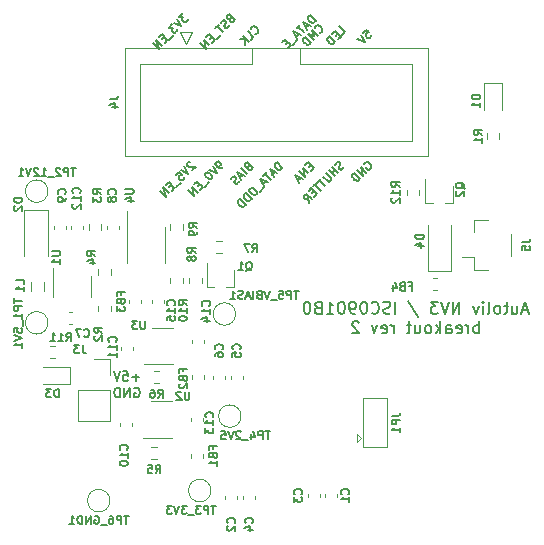
<source format=gbr>
%TF.GenerationSoftware,KiCad,Pcbnew,5.1.10-88a1d61d58~88~ubuntu20.04.1*%
%TF.CreationDate,2021-05-19T13:37:25+03:00*%
%TF.ProjectId,isc0901b0-breakout,69736330-3930-4316-9230-2d627265616b,rev2*%
%TF.SameCoordinates,Original*%
%TF.FileFunction,Legend,Bot*%
%TF.FilePolarity,Positive*%
%FSLAX46Y46*%
G04 Gerber Fmt 4.6, Leading zero omitted, Abs format (unit mm)*
G04 Created by KiCad (PCBNEW 5.1.10-88a1d61d58~88~ubuntu20.04.1) date 2021-05-19 13:37:25*
%MOMM*%
%LPD*%
G01*
G04 APERTURE LIST*
%ADD10C,0.200000*%
%ADD11C,0.150000*%
%ADD12C,0.120000*%
G04 APERTURE END LIST*
D10*
X55028571Y-123157142D02*
X54419047Y-123157142D01*
X54723809Y-123461904D02*
X54723809Y-122852380D01*
X53657142Y-122661904D02*
X54038095Y-122661904D01*
X54076190Y-123042857D01*
X54038095Y-123004761D01*
X53961904Y-122966666D01*
X53771428Y-122966666D01*
X53695238Y-123004761D01*
X53657142Y-123042857D01*
X53619047Y-123119047D01*
X53619047Y-123309523D01*
X53657142Y-123385714D01*
X53695238Y-123423809D01*
X53771428Y-123461904D01*
X53961904Y-123461904D01*
X54038095Y-123423809D01*
X54076190Y-123385714D01*
X53390476Y-122661904D02*
X53123809Y-123461904D01*
X52857142Y-122661904D01*
X54609523Y-124100000D02*
X54685714Y-124061904D01*
X54800000Y-124061904D01*
X54914285Y-124100000D01*
X54990476Y-124176190D01*
X55028571Y-124252380D01*
X55066666Y-124404761D01*
X55066666Y-124519047D01*
X55028571Y-124671428D01*
X54990476Y-124747619D01*
X54914285Y-124823809D01*
X54800000Y-124861904D01*
X54723809Y-124861904D01*
X54609523Y-124823809D01*
X54571428Y-124785714D01*
X54571428Y-124519047D01*
X54723809Y-124519047D01*
X54228571Y-124861904D02*
X54228571Y-124061904D01*
X53771428Y-124861904D01*
X53771428Y-124061904D01*
X53390476Y-124861904D02*
X53390476Y-124061904D01*
X53200000Y-124061904D01*
X53085714Y-124100000D01*
X53009523Y-124176190D01*
X52971428Y-124252380D01*
X52933333Y-124404761D01*
X52933333Y-124519047D01*
X52971428Y-124671428D01*
X53009523Y-124747619D01*
X53085714Y-124823809D01*
X53200000Y-124861904D01*
X53390476Y-124861904D01*
D11*
X72242115Y-94155719D02*
X72477817Y-93920016D01*
X71982842Y-93425042D01*
X71817851Y-94061438D02*
X71652859Y-94226429D01*
X71841421Y-94556412D02*
X72077123Y-94320710D01*
X71582148Y-93825735D01*
X71346446Y-94061438D01*
X71629289Y-94768544D02*
X71134314Y-94273570D01*
X71016463Y-94391421D01*
X70969322Y-94485702D01*
X70969322Y-94579983D01*
X70992893Y-94650693D01*
X71063603Y-94768544D01*
X71134314Y-94839255D01*
X71252165Y-94909966D01*
X71322876Y-94933536D01*
X71417157Y-94933536D01*
X71511438Y-94886396D01*
X71629289Y-94768544D01*
X73973223Y-93984661D02*
X74208925Y-93748959D01*
X74468198Y-93961091D01*
X74421057Y-93961091D01*
X74350346Y-93984661D01*
X74232495Y-94102512D01*
X74208925Y-94173223D01*
X74208925Y-94220363D01*
X74232495Y-94291074D01*
X74350346Y-94408925D01*
X74421057Y-94432495D01*
X74468198Y-94432495D01*
X74538908Y-94408925D01*
X74656759Y-94291074D01*
X74680330Y-94220363D01*
X74680330Y-94173223D01*
X73808231Y-94149653D02*
X74138214Y-94809619D01*
X73478248Y-94479636D01*
X74029636Y-105125389D02*
X74053206Y-105054678D01*
X74123917Y-104983967D01*
X74218198Y-104936827D01*
X74312478Y-104936827D01*
X74383189Y-104960397D01*
X74501040Y-105031108D01*
X74571751Y-105101818D01*
X74642462Y-105219669D01*
X74666032Y-105290380D01*
X74666032Y-105384661D01*
X74618891Y-105478942D01*
X74571751Y-105526082D01*
X74477470Y-105573223D01*
X74430330Y-105573223D01*
X74265338Y-105408231D01*
X74359619Y-105313950D01*
X74265338Y-105832495D02*
X73770363Y-105337521D01*
X73982495Y-106115338D01*
X73487521Y-105620363D01*
X73746793Y-106351040D02*
X73251818Y-105856066D01*
X73133967Y-105973917D01*
X73086827Y-106068198D01*
X73086827Y-106162478D01*
X73110397Y-106233189D01*
X73181108Y-106351040D01*
X73251818Y-106421751D01*
X73369669Y-106492462D01*
X73440380Y-106516032D01*
X73534661Y-106516032D01*
X73628942Y-106468891D01*
X73746793Y-106351040D01*
X72358841Y-105341852D02*
X72311700Y-105436133D01*
X72193849Y-105553984D01*
X72123139Y-105577554D01*
X72075998Y-105577554D01*
X72005287Y-105553984D01*
X71958147Y-105506844D01*
X71934577Y-105436133D01*
X71934577Y-105388992D01*
X71958147Y-105318282D01*
X72028858Y-105200431D01*
X72052428Y-105129720D01*
X72052428Y-105082579D01*
X72028858Y-105011869D01*
X71981717Y-104964728D01*
X71911007Y-104941158D01*
X71863866Y-104941158D01*
X71793155Y-104964728D01*
X71675304Y-105082579D01*
X71628164Y-105176860D01*
X71887436Y-105860397D02*
X71392462Y-105365422D01*
X71628164Y-105601124D02*
X71345321Y-105883967D01*
X71604594Y-106143240D02*
X71109619Y-105648265D01*
X70873917Y-105883967D02*
X71274610Y-106284661D01*
X71298181Y-106355372D01*
X71298181Y-106402512D01*
X71274610Y-106473223D01*
X71180330Y-106567504D01*
X71109619Y-106591074D01*
X71062478Y-106591074D01*
X70991768Y-106567504D01*
X70591074Y-106166810D01*
X70426082Y-106331801D02*
X70143240Y-106614644D01*
X70779636Y-106968198D02*
X70284661Y-106473223D01*
X70048959Y-106708925D02*
X69766116Y-106991768D01*
X70402512Y-107345321D02*
X69907537Y-106850346D01*
X69836827Y-107392462D02*
X69671835Y-107557453D01*
X69860397Y-107887436D02*
X70096099Y-107651734D01*
X69601124Y-107156759D01*
X69365422Y-107392462D01*
X69365422Y-108382411D02*
X69294712Y-107981717D01*
X69648265Y-108099568D02*
X69153290Y-107604594D01*
X68964728Y-107793155D01*
X68941158Y-107863866D01*
X68941158Y-107911007D01*
X68964728Y-107981717D01*
X69035439Y-108052428D01*
X69106150Y-108075998D01*
X69153290Y-108075998D01*
X69224001Y-108052428D01*
X69412563Y-107863866D01*
X69542115Y-105187174D02*
X69377123Y-105352165D01*
X69565685Y-105682148D02*
X69801387Y-105446446D01*
X69306412Y-104951471D01*
X69070710Y-105187174D01*
X69353553Y-105894280D02*
X68858578Y-105399306D01*
X69070710Y-106177123D01*
X68575735Y-105682148D01*
X68717157Y-106247834D02*
X68481455Y-106483536D01*
X68905719Y-106342115D02*
X68245752Y-106012132D01*
X68575735Y-106672098D01*
X70303900Y-93999653D02*
X70351040Y-93999653D01*
X70445321Y-93952512D01*
X70492462Y-93905372D01*
X70539602Y-93811091D01*
X70539602Y-93716810D01*
X70516032Y-93646099D01*
X70445321Y-93528248D01*
X70374610Y-93457537D01*
X70256759Y-93386827D01*
X70186049Y-93363256D01*
X70091768Y-93363256D01*
X69997487Y-93410397D01*
X69950346Y-93457537D01*
X69903206Y-93551818D01*
X69903206Y-93598959D01*
X70138908Y-94258925D02*
X69643933Y-93763950D01*
X69832495Y-94282495D01*
X69313950Y-94093933D01*
X69808925Y-94588908D01*
X69573223Y-94824610D02*
X69078248Y-94329636D01*
X68960397Y-94447487D01*
X68913256Y-94541768D01*
X68913256Y-94636049D01*
X68936827Y-94706759D01*
X69007537Y-94824610D01*
X69078248Y-94895321D01*
X69196099Y-94966032D01*
X69266810Y-94989602D01*
X69361091Y-94989602D01*
X69455372Y-94942462D01*
X69573223Y-94824610D01*
X67159188Y-105438645D02*
X66664213Y-104943671D01*
X66546362Y-105061522D01*
X66499221Y-105155803D01*
X66499221Y-105250084D01*
X66522792Y-105320794D01*
X66593502Y-105438645D01*
X66664213Y-105509356D01*
X66782064Y-105580067D01*
X66852775Y-105603637D01*
X66947056Y-105603637D01*
X67041337Y-105556497D01*
X67159188Y-105438645D01*
X66546362Y-105768629D02*
X66310660Y-106004331D01*
X66734924Y-105862910D02*
X66074957Y-105532926D01*
X66404941Y-106192893D01*
X65815685Y-105792199D02*
X65532842Y-106075042D01*
X66169238Y-106428595D02*
X65674264Y-105933620D01*
X65744974Y-106570016D02*
X65509272Y-106805719D01*
X65933536Y-106664297D02*
X65273570Y-106334314D01*
X65603553Y-106994280D01*
X65603553Y-107088561D02*
X65226429Y-107465685D01*
X64472182Y-107135702D02*
X64377901Y-107229983D01*
X64354331Y-107300693D01*
X64354331Y-107394974D01*
X64425042Y-107512825D01*
X64590033Y-107677817D01*
X64707884Y-107748528D01*
X64802165Y-107748528D01*
X64872876Y-107724957D01*
X64967157Y-107630677D01*
X64990727Y-107559966D01*
X64990727Y-107465685D01*
X64920016Y-107347834D01*
X64755025Y-107182842D01*
X64637174Y-107112132D01*
X64542893Y-107112132D01*
X64472182Y-107135702D01*
X64542893Y-108054941D02*
X64047918Y-107559966D01*
X63930067Y-107677817D01*
X63882926Y-107772098D01*
X63882926Y-107866379D01*
X63906497Y-107937089D01*
X63977207Y-108054941D01*
X64047918Y-108125651D01*
X64165769Y-108196362D01*
X64236480Y-108219932D01*
X64330761Y-108219932D01*
X64425042Y-108172792D01*
X64542893Y-108054941D01*
X64047918Y-108549915D02*
X63552943Y-108054941D01*
X63435092Y-108172792D01*
X63387952Y-108267073D01*
X63387952Y-108361354D01*
X63411522Y-108432064D01*
X63482233Y-108549915D01*
X63552943Y-108620626D01*
X63670794Y-108691337D01*
X63741505Y-108714907D01*
X63835786Y-108714907D01*
X63930067Y-108667766D01*
X64047918Y-108549915D01*
X69978858Y-92968976D02*
X69483883Y-92474001D01*
X69366032Y-92591852D01*
X69318891Y-92686133D01*
X69318891Y-92780414D01*
X69342462Y-92851124D01*
X69413172Y-92968976D01*
X69483883Y-93039686D01*
X69601734Y-93110397D01*
X69672445Y-93133967D01*
X69766726Y-93133967D01*
X69861007Y-93086827D01*
X69978858Y-92968976D01*
X69366032Y-93298959D02*
X69130330Y-93534661D01*
X69554594Y-93393240D02*
X68894627Y-93063256D01*
X69224610Y-93723223D01*
X68635355Y-93322529D02*
X68352512Y-93605372D01*
X68988908Y-93958925D02*
X68493933Y-93463950D01*
X68564644Y-94100346D02*
X68328942Y-94336049D01*
X68753206Y-94194627D02*
X68093240Y-93864644D01*
X68423223Y-94524610D01*
X68423223Y-94618891D02*
X68046099Y-94996015D01*
X67621835Y-94807453D02*
X67456844Y-94972445D01*
X67645405Y-95302428D02*
X67881108Y-95066726D01*
X67386133Y-94571751D01*
X67150431Y-94807453D01*
X64244974Y-105334314D02*
X64197834Y-105428595D01*
X64197834Y-105475735D01*
X64221404Y-105546446D01*
X64292115Y-105617157D01*
X64362825Y-105640727D01*
X64409966Y-105640727D01*
X64480677Y-105617157D01*
X64669238Y-105428595D01*
X64174264Y-104933620D01*
X64009272Y-105098612D01*
X63985702Y-105169322D01*
X63985702Y-105216463D01*
X64009272Y-105287174D01*
X64056412Y-105334314D01*
X64127123Y-105357884D01*
X64174264Y-105357884D01*
X64244974Y-105334314D01*
X64409966Y-105169322D01*
X64174264Y-105923570D02*
X63679289Y-105428595D01*
X63820710Y-105994280D02*
X63585008Y-106229983D01*
X64009272Y-106088561D02*
X63349306Y-105758578D01*
X63679289Y-106418544D01*
X63514297Y-106536396D02*
X63467157Y-106630677D01*
X63349306Y-106748528D01*
X63278595Y-106772098D01*
X63231455Y-106772098D01*
X63160744Y-106748528D01*
X63113603Y-106701387D01*
X63090033Y-106630677D01*
X63090033Y-106583536D01*
X63113603Y-106512825D01*
X63184314Y-106394974D01*
X63207884Y-106324264D01*
X63207884Y-106277123D01*
X63184314Y-106206412D01*
X63137174Y-106159272D01*
X63066463Y-106135702D01*
X63019322Y-106135702D01*
X62948612Y-106159272D01*
X62830761Y-106277123D01*
X62783620Y-106371404D01*
X64871404Y-94082148D02*
X64918544Y-94082148D01*
X65012825Y-94035008D01*
X65059966Y-93987867D01*
X65107106Y-93893587D01*
X65107106Y-93799306D01*
X65083536Y-93728595D01*
X65012825Y-93610744D01*
X64942115Y-93540033D01*
X64824264Y-93469322D01*
X64753553Y-93445752D01*
X64659272Y-93445752D01*
X64564991Y-93492893D01*
X64517851Y-93540033D01*
X64470710Y-93634314D01*
X64470710Y-93681455D01*
X64470710Y-94577123D02*
X64706412Y-94341421D01*
X64211438Y-93846446D01*
X64305719Y-94742115D02*
X63810744Y-94247140D01*
X64022876Y-95024957D02*
X63952165Y-94529983D01*
X63527901Y-94529983D02*
X64093587Y-94529983D01*
X62137783Y-105360050D02*
X62043502Y-105454331D01*
X61972792Y-105477901D01*
X61925651Y-105477901D01*
X61807800Y-105454331D01*
X61689949Y-105383620D01*
X61501387Y-105195058D01*
X61477817Y-105124348D01*
X61477817Y-105077207D01*
X61501387Y-105006497D01*
X61595668Y-104912216D01*
X61666379Y-104888645D01*
X61713519Y-104888645D01*
X61784230Y-104912216D01*
X61902081Y-105030067D01*
X61925651Y-105100778D01*
X61925651Y-105147918D01*
X61902081Y-105218629D01*
X61807800Y-105312910D01*
X61737089Y-105336480D01*
X61689949Y-105336480D01*
X61619238Y-105312910D01*
X61265685Y-105242199D02*
X61595668Y-105902165D01*
X60935702Y-105572182D01*
X60676429Y-105831455D02*
X60629289Y-105878595D01*
X60605719Y-105949306D01*
X60605719Y-105996446D01*
X60629289Y-106067157D01*
X60700000Y-106185008D01*
X60817851Y-106302859D01*
X60935702Y-106373570D01*
X61006412Y-106397140D01*
X61053553Y-106397140D01*
X61124264Y-106373570D01*
X61171404Y-106326429D01*
X61194974Y-106255719D01*
X61194974Y-106208578D01*
X61171404Y-106137867D01*
X61100693Y-106020016D01*
X60982842Y-105902165D01*
X60864991Y-105831455D01*
X60794280Y-105807884D01*
X60747140Y-105807884D01*
X60676429Y-105831455D01*
X60959272Y-106632842D02*
X60582148Y-107009966D01*
X60157884Y-106821404D02*
X59992893Y-106986396D01*
X60181455Y-107316379D02*
X60417157Y-107080677D01*
X59922182Y-106585702D01*
X59686480Y-106821404D01*
X59969322Y-107528511D02*
X59474348Y-107033536D01*
X59686480Y-107811354D01*
X59191505Y-107316379D01*
X62725304Y-92803984D02*
X62678164Y-92898265D01*
X62678164Y-92945405D01*
X62701734Y-93016116D01*
X62772445Y-93086827D01*
X62843155Y-93110397D01*
X62890296Y-93110397D01*
X62961007Y-93086827D01*
X63149568Y-92898265D01*
X62654594Y-92403290D01*
X62489602Y-92568282D01*
X62466032Y-92638992D01*
X62466032Y-92686133D01*
X62489602Y-92756844D01*
X62536743Y-92803984D01*
X62607453Y-92827554D01*
X62654594Y-92827554D01*
X62725304Y-92803984D01*
X62890296Y-92638992D01*
X62654594Y-93346099D02*
X62607453Y-93440380D01*
X62489602Y-93558231D01*
X62418891Y-93581801D01*
X62371751Y-93581801D01*
X62301040Y-93558231D01*
X62253900Y-93511091D01*
X62230330Y-93440380D01*
X62230330Y-93393240D01*
X62253900Y-93322529D01*
X62324610Y-93204678D01*
X62348181Y-93133967D01*
X62348181Y-93086827D01*
X62324610Y-93016116D01*
X62277470Y-92968976D01*
X62206759Y-92945405D01*
X62159619Y-92945405D01*
X62088908Y-92968976D01*
X61971057Y-93086827D01*
X61923917Y-93181108D01*
X61758925Y-93298959D02*
X61476082Y-93581801D01*
X62112478Y-93935355D02*
X61617504Y-93440380D01*
X61971057Y-94171057D02*
X61593933Y-94548181D01*
X61169669Y-94359619D02*
X61004678Y-94524610D01*
X61193240Y-94854594D02*
X61428942Y-94618891D01*
X60933967Y-94123917D01*
X60698265Y-94359619D01*
X60981108Y-95066726D02*
X60486133Y-94571751D01*
X60698265Y-95349568D01*
X60203290Y-94854594D01*
X59337089Y-104915075D02*
X59289949Y-104915075D01*
X59219238Y-104938645D01*
X59101387Y-105056497D01*
X59077817Y-105127207D01*
X59077817Y-105174348D01*
X59101387Y-105245058D01*
X59148528Y-105292199D01*
X59242809Y-105339339D01*
X59808494Y-105339339D01*
X59502081Y-105645752D01*
X58865685Y-105292199D02*
X59195668Y-105952165D01*
X58535702Y-105622182D01*
X58135008Y-106022876D02*
X58370710Y-105787174D01*
X58629983Y-105999306D01*
X58582842Y-105999306D01*
X58512132Y-106022876D01*
X58394280Y-106140727D01*
X58370710Y-106211438D01*
X58370710Y-106258578D01*
X58394280Y-106329289D01*
X58512132Y-106447140D01*
X58582842Y-106470710D01*
X58629983Y-106470710D01*
X58700693Y-106447140D01*
X58818544Y-106329289D01*
X58842115Y-106258578D01*
X58842115Y-106211438D01*
X58559272Y-106682842D02*
X58182148Y-107059966D01*
X57757884Y-106871404D02*
X57592893Y-107036396D01*
X57781455Y-107366379D02*
X58017157Y-107130677D01*
X57522182Y-106635702D01*
X57286480Y-106871404D01*
X57569322Y-107578511D02*
X57074348Y-107083536D01*
X57286480Y-107861354D01*
X56791505Y-107366379D01*
X58713519Y-92344365D02*
X58407106Y-92650778D01*
X58760660Y-92674348D01*
X58689949Y-92745058D01*
X58666379Y-92815769D01*
X58666379Y-92862910D01*
X58689949Y-92933620D01*
X58807800Y-93051471D01*
X58878511Y-93075042D01*
X58925651Y-93075042D01*
X58996362Y-93051471D01*
X59137783Y-92910050D01*
X59161354Y-92839339D01*
X59161354Y-92792199D01*
X58265685Y-92792199D02*
X58595668Y-93452165D01*
X57935702Y-93122182D01*
X57817851Y-93240033D02*
X57511438Y-93546446D01*
X57864991Y-93570016D01*
X57794280Y-93640727D01*
X57770710Y-93711438D01*
X57770710Y-93758578D01*
X57794280Y-93829289D01*
X57912132Y-93947140D01*
X57982842Y-93970710D01*
X58029983Y-93970710D01*
X58100693Y-93947140D01*
X58242115Y-93805719D01*
X58265685Y-93735008D01*
X58265685Y-93687867D01*
X57959272Y-94182842D02*
X57582148Y-94559966D01*
X57157884Y-94371404D02*
X56992893Y-94536396D01*
X57181455Y-94866379D02*
X57417157Y-94630677D01*
X56922182Y-94135702D01*
X56686480Y-94371404D01*
X56969322Y-95078511D02*
X56474348Y-94583536D01*
X56686480Y-95361354D01*
X56191505Y-94866379D01*
X87950000Y-117491666D02*
X87473809Y-117491666D01*
X88045238Y-117777380D02*
X87711904Y-116777380D01*
X87378571Y-117777380D01*
X86616666Y-117110714D02*
X86616666Y-117777380D01*
X87045238Y-117110714D02*
X87045238Y-117634523D01*
X86997619Y-117729761D01*
X86902380Y-117777380D01*
X86759523Y-117777380D01*
X86664285Y-117729761D01*
X86616666Y-117682142D01*
X86283333Y-117110714D02*
X85902380Y-117110714D01*
X86140476Y-116777380D02*
X86140476Y-117634523D01*
X86092857Y-117729761D01*
X85997619Y-117777380D01*
X85902380Y-117777380D01*
X85426190Y-117777380D02*
X85521428Y-117729761D01*
X85569047Y-117682142D01*
X85616666Y-117586904D01*
X85616666Y-117301190D01*
X85569047Y-117205952D01*
X85521428Y-117158333D01*
X85426190Y-117110714D01*
X85283333Y-117110714D01*
X85188095Y-117158333D01*
X85140476Y-117205952D01*
X85092857Y-117301190D01*
X85092857Y-117586904D01*
X85140476Y-117682142D01*
X85188095Y-117729761D01*
X85283333Y-117777380D01*
X85426190Y-117777380D01*
X84521428Y-117777380D02*
X84616666Y-117729761D01*
X84664285Y-117634523D01*
X84664285Y-116777380D01*
X84140476Y-117777380D02*
X84140476Y-117110714D01*
X84140476Y-116777380D02*
X84188095Y-116825000D01*
X84140476Y-116872619D01*
X84092857Y-116825000D01*
X84140476Y-116777380D01*
X84140476Y-116872619D01*
X83759523Y-117110714D02*
X83521428Y-117777380D01*
X83283333Y-117110714D01*
X82140476Y-117777380D02*
X82140476Y-116777380D01*
X81569047Y-117777380D01*
X81569047Y-116777380D01*
X81235714Y-116777380D02*
X80902380Y-117777380D01*
X80569047Y-116777380D01*
X80330952Y-116777380D02*
X79711904Y-116777380D01*
X80045238Y-117158333D01*
X79902380Y-117158333D01*
X79807142Y-117205952D01*
X79759523Y-117253571D01*
X79711904Y-117348809D01*
X79711904Y-117586904D01*
X79759523Y-117682142D01*
X79807142Y-117729761D01*
X79902380Y-117777380D01*
X80188095Y-117777380D01*
X80283333Y-117729761D01*
X80330952Y-117682142D01*
X77807142Y-116729761D02*
X78664285Y-118015476D01*
X76711904Y-117777380D02*
X76711904Y-116777380D01*
X76283333Y-117729761D02*
X76140476Y-117777380D01*
X75902380Y-117777380D01*
X75807142Y-117729761D01*
X75759523Y-117682142D01*
X75711904Y-117586904D01*
X75711904Y-117491666D01*
X75759523Y-117396428D01*
X75807142Y-117348809D01*
X75902380Y-117301190D01*
X76092857Y-117253571D01*
X76188095Y-117205952D01*
X76235714Y-117158333D01*
X76283333Y-117063095D01*
X76283333Y-116967857D01*
X76235714Y-116872619D01*
X76188095Y-116825000D01*
X76092857Y-116777380D01*
X75854761Y-116777380D01*
X75711904Y-116825000D01*
X74711904Y-117682142D02*
X74759523Y-117729761D01*
X74902380Y-117777380D01*
X74997619Y-117777380D01*
X75140476Y-117729761D01*
X75235714Y-117634523D01*
X75283333Y-117539285D01*
X75330952Y-117348809D01*
X75330952Y-117205952D01*
X75283333Y-117015476D01*
X75235714Y-116920238D01*
X75140476Y-116825000D01*
X74997619Y-116777380D01*
X74902380Y-116777380D01*
X74759523Y-116825000D01*
X74711904Y-116872619D01*
X74092857Y-116777380D02*
X73997619Y-116777380D01*
X73902380Y-116825000D01*
X73854761Y-116872619D01*
X73807142Y-116967857D01*
X73759523Y-117158333D01*
X73759523Y-117396428D01*
X73807142Y-117586904D01*
X73854761Y-117682142D01*
X73902380Y-117729761D01*
X73997619Y-117777380D01*
X74092857Y-117777380D01*
X74188095Y-117729761D01*
X74235714Y-117682142D01*
X74283333Y-117586904D01*
X74330952Y-117396428D01*
X74330952Y-117158333D01*
X74283333Y-116967857D01*
X74235714Y-116872619D01*
X74188095Y-116825000D01*
X74092857Y-116777380D01*
X73283333Y-117777380D02*
X73092857Y-117777380D01*
X72997619Y-117729761D01*
X72950000Y-117682142D01*
X72854761Y-117539285D01*
X72807142Y-117348809D01*
X72807142Y-116967857D01*
X72854761Y-116872619D01*
X72902380Y-116825000D01*
X72997619Y-116777380D01*
X73188095Y-116777380D01*
X73283333Y-116825000D01*
X73330952Y-116872619D01*
X73378571Y-116967857D01*
X73378571Y-117205952D01*
X73330952Y-117301190D01*
X73283333Y-117348809D01*
X73188095Y-117396428D01*
X72997619Y-117396428D01*
X72902380Y-117348809D01*
X72854761Y-117301190D01*
X72807142Y-117205952D01*
X72188095Y-116777380D02*
X72092857Y-116777380D01*
X71997619Y-116825000D01*
X71950000Y-116872619D01*
X71902380Y-116967857D01*
X71854761Y-117158333D01*
X71854761Y-117396428D01*
X71902380Y-117586904D01*
X71950000Y-117682142D01*
X71997619Y-117729761D01*
X72092857Y-117777380D01*
X72188095Y-117777380D01*
X72283333Y-117729761D01*
X72330952Y-117682142D01*
X72378571Y-117586904D01*
X72426190Y-117396428D01*
X72426190Y-117158333D01*
X72378571Y-116967857D01*
X72330952Y-116872619D01*
X72283333Y-116825000D01*
X72188095Y-116777380D01*
X70902380Y-117777380D02*
X71473809Y-117777380D01*
X71188095Y-117777380D02*
X71188095Y-116777380D01*
X71283333Y-116920238D01*
X71378571Y-117015476D01*
X71473809Y-117063095D01*
X70140476Y-117253571D02*
X69997619Y-117301190D01*
X69950000Y-117348809D01*
X69902380Y-117444047D01*
X69902380Y-117586904D01*
X69950000Y-117682142D01*
X69997619Y-117729761D01*
X70092857Y-117777380D01*
X70473809Y-117777380D01*
X70473809Y-116777380D01*
X70140476Y-116777380D01*
X70045238Y-116825000D01*
X69997619Y-116872619D01*
X69950000Y-116967857D01*
X69950000Y-117063095D01*
X69997619Y-117158333D01*
X70045238Y-117205952D01*
X70140476Y-117253571D01*
X70473809Y-117253571D01*
X69283333Y-116777380D02*
X69188095Y-116777380D01*
X69092857Y-116825000D01*
X69045238Y-116872619D01*
X68997619Y-116967857D01*
X68950000Y-117158333D01*
X68950000Y-117396428D01*
X68997619Y-117586904D01*
X69045238Y-117682142D01*
X69092857Y-117729761D01*
X69188095Y-117777380D01*
X69283333Y-117777380D01*
X69378571Y-117729761D01*
X69426190Y-117682142D01*
X69473809Y-117586904D01*
X69521428Y-117396428D01*
X69521428Y-117158333D01*
X69473809Y-116967857D01*
X69426190Y-116872619D01*
X69378571Y-116825000D01*
X69283333Y-116777380D01*
X83807142Y-119427380D02*
X83807142Y-118427380D01*
X83807142Y-118808333D02*
X83711904Y-118760714D01*
X83521428Y-118760714D01*
X83426190Y-118808333D01*
X83378571Y-118855952D01*
X83330952Y-118951190D01*
X83330952Y-119236904D01*
X83378571Y-119332142D01*
X83426190Y-119379761D01*
X83521428Y-119427380D01*
X83711904Y-119427380D01*
X83807142Y-119379761D01*
X82902380Y-119427380D02*
X82902380Y-118760714D01*
X82902380Y-118951190D02*
X82854761Y-118855952D01*
X82807142Y-118808333D01*
X82711904Y-118760714D01*
X82616666Y-118760714D01*
X81902380Y-119379761D02*
X81997619Y-119427380D01*
X82188095Y-119427380D01*
X82283333Y-119379761D01*
X82330952Y-119284523D01*
X82330952Y-118903571D01*
X82283333Y-118808333D01*
X82188095Y-118760714D01*
X81997619Y-118760714D01*
X81902380Y-118808333D01*
X81854761Y-118903571D01*
X81854761Y-118998809D01*
X82330952Y-119094047D01*
X80997619Y-119427380D02*
X80997619Y-118903571D01*
X81045238Y-118808333D01*
X81140476Y-118760714D01*
X81330952Y-118760714D01*
X81426190Y-118808333D01*
X80997619Y-119379761D02*
X81092857Y-119427380D01*
X81330952Y-119427380D01*
X81426190Y-119379761D01*
X81473809Y-119284523D01*
X81473809Y-119189285D01*
X81426190Y-119094047D01*
X81330952Y-119046428D01*
X81092857Y-119046428D01*
X80997619Y-118998809D01*
X80521428Y-119427380D02*
X80521428Y-118427380D01*
X80426190Y-119046428D02*
X80140476Y-119427380D01*
X80140476Y-118760714D02*
X80521428Y-119141666D01*
X79569047Y-119427380D02*
X79664285Y-119379761D01*
X79711904Y-119332142D01*
X79759523Y-119236904D01*
X79759523Y-118951190D01*
X79711904Y-118855952D01*
X79664285Y-118808333D01*
X79569047Y-118760714D01*
X79426190Y-118760714D01*
X79330952Y-118808333D01*
X79283333Y-118855952D01*
X79235714Y-118951190D01*
X79235714Y-119236904D01*
X79283333Y-119332142D01*
X79330952Y-119379761D01*
X79426190Y-119427380D01*
X79569047Y-119427380D01*
X78378571Y-118760714D02*
X78378571Y-119427380D01*
X78807142Y-118760714D02*
X78807142Y-119284523D01*
X78759523Y-119379761D01*
X78664285Y-119427380D01*
X78521428Y-119427380D01*
X78426190Y-119379761D01*
X78378571Y-119332142D01*
X78045238Y-118760714D02*
X77664285Y-118760714D01*
X77902380Y-118427380D02*
X77902380Y-119284523D01*
X77854761Y-119379761D01*
X77759523Y-119427380D01*
X77664285Y-119427380D01*
X76569047Y-119427380D02*
X76569047Y-118760714D01*
X76569047Y-118951190D02*
X76521428Y-118855952D01*
X76473809Y-118808333D01*
X76378571Y-118760714D01*
X76283333Y-118760714D01*
X75569047Y-119379761D02*
X75664285Y-119427380D01*
X75854761Y-119427380D01*
X75950000Y-119379761D01*
X75997619Y-119284523D01*
X75997619Y-118903571D01*
X75950000Y-118808333D01*
X75854761Y-118760714D01*
X75664285Y-118760714D01*
X75569047Y-118808333D01*
X75521428Y-118903571D01*
X75521428Y-118998809D01*
X75997619Y-119094047D01*
X75188095Y-118760714D02*
X74950000Y-119427380D01*
X74711904Y-118760714D01*
X73616666Y-118522619D02*
X73569047Y-118475000D01*
X73473809Y-118427380D01*
X73235714Y-118427380D01*
X73140476Y-118475000D01*
X73092857Y-118522619D01*
X73045238Y-118617857D01*
X73045238Y-118713095D01*
X73092857Y-118855952D01*
X73664285Y-119427380D01*
X73045238Y-119427380D01*
D12*
%TO.C,TP6_GND1*%
X52550000Y-133600000D02*
G75*
G03*
X52550000Y-133600000I-950000J0D01*
G01*
%TO.C,TP5_VBIAS1*%
X63200000Y-117800000D02*
G75*
G03*
X63200000Y-117800000I-950000J0D01*
G01*
%TO.C,TP4_2V5*%
X63650000Y-126450000D02*
G75*
G03*
X63650000Y-126450000I-950000J0D01*
G01*
%TO.C,TP3_3V3*%
X61100000Y-132750000D02*
G75*
G03*
X61100000Y-132750000I-950000J0D01*
G01*
%TO.C,TP2_12V1*%
X47300000Y-107400000D02*
G75*
G03*
X47300000Y-107400000I-950000J0D01*
G01*
%TO.C,TP1_5V1*%
X47300000Y-118550000D02*
G75*
G03*
X47300000Y-118550000I-950000J0D01*
G01*
%TO.C,J5*%
X84540000Y-114060000D02*
X83390000Y-114060000D01*
X83390000Y-114060000D02*
X83390000Y-113010000D01*
X83390000Y-113010000D02*
X82400000Y-113010000D01*
X84540000Y-109840000D02*
X83390000Y-109840000D01*
X83390000Y-109840000D02*
X83390000Y-110890000D01*
X86510000Y-112890000D02*
X86510000Y-111010000D01*
%TO.C,R12*%
X77677500Y-107262742D02*
X77677500Y-107737258D01*
X78722500Y-107262742D02*
X78722500Y-107737258D01*
%TO.C,Q2*%
X80900000Y-108380000D02*
X81560000Y-108380000D01*
X79240000Y-108380000D02*
X79900000Y-108380000D01*
X79240000Y-108380000D02*
X79240000Y-106350000D01*
X81560000Y-106970000D02*
X81560000Y-108380000D01*
%TO.C,J4*%
X53790000Y-95310000D02*
X53790000Y-104430000D01*
X53790000Y-104430000D02*
X79450000Y-104430000D01*
X79450000Y-104430000D02*
X79450000Y-95310000D01*
X79450000Y-95310000D02*
X53790000Y-95310000D01*
X64570000Y-95310000D02*
X64570000Y-96620000D01*
X64570000Y-96620000D02*
X55090000Y-96620000D01*
X55090000Y-96620000D02*
X55090000Y-103120000D01*
X55090000Y-103120000D02*
X78150000Y-103120000D01*
X78150000Y-103120000D02*
X78150000Y-96620000D01*
X78150000Y-96620000D02*
X68670000Y-96620000D01*
X68670000Y-96620000D02*
X68670000Y-96620000D01*
X68670000Y-96620000D02*
X68670000Y-95310000D01*
X59000000Y-94920000D02*
X58500000Y-93920000D01*
X58500000Y-93920000D02*
X59500000Y-93920000D01*
X59500000Y-93920000D02*
X59000000Y-94920000D01*
%TO.C,FB4*%
X80212779Y-114740000D02*
X79887221Y-114740000D01*
X80212779Y-115760000D02*
X79887221Y-115760000D01*
%TO.C,D4*%
X81450000Y-114200000D02*
X79450000Y-114200000D01*
X79450000Y-114200000D02*
X79450000Y-110300000D01*
X81450000Y-114200000D02*
X81450000Y-110300000D01*
%TO.C,R11*%
X47937258Y-121522500D02*
X47462742Y-121522500D01*
X47937258Y-120477500D02*
X47462742Y-120477500D01*
%TO.C,D3*%
X49185000Y-123735000D02*
X46900000Y-123735000D01*
X49185000Y-122265000D02*
X49185000Y-123735000D01*
X46900000Y-122265000D02*
X49185000Y-122265000D01*
%TO.C,U4*%
X53990000Y-111950000D02*
X53990000Y-109075000D01*
X53990000Y-111950000D02*
X53990000Y-113450000D01*
X57210000Y-111950000D02*
X57210000Y-110450000D01*
X57210000Y-111950000D02*
X57210000Y-113450000D01*
%TO.C,U3*%
X57880000Y-122060000D02*
X55450000Y-122060000D01*
X56120000Y-118990000D02*
X57880000Y-118990000D01*
%TO.C,U2*%
X57780000Y-128260000D02*
X55350000Y-128260000D01*
X56020000Y-125190000D02*
X57780000Y-125190000D01*
%TO.C,U1*%
X47760000Y-116360000D02*
X47760000Y-113910000D01*
X50980000Y-114560000D02*
X50980000Y-116360000D01*
%TO.C,R10*%
X58722500Y-114712742D02*
X58722500Y-115187258D01*
X57677500Y-114712742D02*
X57677500Y-115187258D01*
%TO.C,R9*%
X58722500Y-110212742D02*
X58722500Y-110687258D01*
X57677500Y-110212742D02*
X57677500Y-110687258D01*
%TO.C,R8*%
X60322500Y-114712742D02*
X60322500Y-115187258D01*
X59277500Y-114712742D02*
X59277500Y-115187258D01*
%TO.C,R7*%
X61562742Y-111627500D02*
X62037258Y-111627500D01*
X61562742Y-112672500D02*
X62037258Y-112672500D01*
%TO.C,R6*%
X56262742Y-122627500D02*
X56737258Y-122627500D01*
X56262742Y-123672500D02*
X56737258Y-123672500D01*
%TO.C,R5*%
X56062742Y-129027500D02*
X56537258Y-129027500D01*
X56062742Y-130072500D02*
X56537258Y-130072500D01*
%TO.C,R4*%
X52622500Y-114012742D02*
X52622500Y-114487258D01*
X51577500Y-114012742D02*
X51577500Y-114487258D01*
%TO.C,R3*%
X51822500Y-110212742D02*
X51822500Y-110687258D01*
X50777500Y-110212742D02*
X50777500Y-110687258D01*
%TO.C,R2*%
X52622500Y-117112742D02*
X52622500Y-117587258D01*
X51577500Y-117112742D02*
X51577500Y-117587258D01*
%TO.C,R1*%
X84477500Y-102987258D02*
X84477500Y-102512742D01*
X85522500Y-102987258D02*
X85522500Y-102512742D01*
%TO.C,Q1*%
X63060000Y-114070000D02*
X63060000Y-115480000D01*
X60740000Y-115480000D02*
X60740000Y-113450000D01*
X60740000Y-115480000D02*
X61400000Y-115480000D01*
X62400000Y-115480000D02*
X63060000Y-115480000D01*
%TO.C,L1*%
X45840000Y-115849622D02*
X45840000Y-115050378D01*
X46960000Y-115849622D02*
X46960000Y-115050378D01*
%TO.C,JP1*%
X76000000Y-129050000D02*
X76000000Y-124950000D01*
X76000000Y-124950000D02*
X74000000Y-124950000D01*
X74000000Y-124950000D02*
X74000000Y-129050000D01*
X74000000Y-129050000D02*
X76000000Y-129050000D01*
X73800000Y-128300000D02*
X73500000Y-128600000D01*
X73500000Y-128600000D02*
X73500000Y-128000000D01*
X73800000Y-128300000D02*
X73500000Y-128000000D01*
%TO.C,J3*%
X52530000Y-121620000D02*
X51200000Y-121620000D01*
X52530000Y-122950000D02*
X52530000Y-121620000D01*
X52530000Y-124220000D02*
X49870000Y-124220000D01*
X49870000Y-124220000D02*
X49870000Y-126820000D01*
X52530000Y-124220000D02*
X52530000Y-126820000D01*
X52530000Y-126820000D02*
X49870000Y-126820000D01*
%TO.C,FB3*%
X54190000Y-116900279D02*
X54190000Y-116574721D01*
X55210000Y-116900279D02*
X55210000Y-116574721D01*
%TO.C,FB2*%
X59490000Y-123312779D02*
X59490000Y-122987221D01*
X60510000Y-123312779D02*
X60510000Y-122987221D01*
%TO.C,FB1*%
X59390000Y-129962779D02*
X59390000Y-129637221D01*
X60410000Y-129962779D02*
X60410000Y-129637221D01*
%TO.C,D2*%
X45300000Y-109000000D02*
X45300000Y-112900000D01*
X47300000Y-109000000D02*
X47300000Y-112900000D01*
X45300000Y-109000000D02*
X47300000Y-109000000D01*
%TO.C,D1*%
X85735000Y-98265000D02*
X85735000Y-100550000D01*
X84265000Y-98265000D02*
X85735000Y-98265000D01*
X84265000Y-100550000D02*
X84265000Y-98265000D01*
%TO.C,C15*%
X56090000Y-116865580D02*
X56090000Y-116584420D01*
X57110000Y-116865580D02*
X57110000Y-116584420D01*
%TO.C,C14*%
X59490000Y-120290580D02*
X59490000Y-120009420D01*
X60510000Y-120290580D02*
X60510000Y-120009420D01*
%TO.C,C13*%
X59390000Y-126890580D02*
X59390000Y-126609420D01*
X60410000Y-126890580D02*
X60410000Y-126609420D01*
%TO.C,C12*%
X50310000Y-110309420D02*
X50310000Y-110590580D01*
X49290000Y-110309420D02*
X49290000Y-110590580D01*
%TO.C,C11*%
X53490000Y-120890580D02*
X53490000Y-120609420D01*
X54510000Y-120890580D02*
X54510000Y-120609420D01*
%TO.C,C10*%
X53390000Y-127290580D02*
X53390000Y-127009420D01*
X54410000Y-127290580D02*
X54410000Y-127009420D01*
%TO.C,C9*%
X48810000Y-110309420D02*
X48810000Y-110590580D01*
X47790000Y-110309420D02*
X47790000Y-110590580D01*
%TO.C,C8*%
X53310000Y-110309420D02*
X53310000Y-110590580D01*
X52290000Y-110309420D02*
X52290000Y-110590580D01*
%TO.C,C7*%
X49059420Y-117640000D02*
X49340580Y-117640000D01*
X49059420Y-118660000D02*
X49340580Y-118660000D01*
%TO.C,C6*%
X61290000Y-123290580D02*
X61290000Y-123009420D01*
X62310000Y-123290580D02*
X62310000Y-123009420D01*
%TO.C,C5*%
X62790000Y-123290580D02*
X62790000Y-123009420D01*
X63810000Y-123290580D02*
X63810000Y-123009420D01*
%TO.C,C4*%
X64810000Y-133209420D02*
X64810000Y-133490580D01*
X63790000Y-133209420D02*
X63790000Y-133490580D01*
%TO.C,C3*%
X70310000Y-133009420D02*
X70310000Y-133290580D01*
X69290000Y-133009420D02*
X69290000Y-133290580D01*
%TO.C,C2*%
X63310000Y-133209420D02*
X63310000Y-133490580D01*
X62290000Y-133209420D02*
X62290000Y-133490580D01*
%TO.C,C1*%
X71810000Y-133009420D02*
X71810000Y-133290580D01*
X70790000Y-133009420D02*
X70790000Y-133290580D01*
%TO.C,TP6_GND1*%
D11*
X54150000Y-134864666D02*
X53750000Y-134864666D01*
X53950000Y-135564666D02*
X53950000Y-134864666D01*
X53516666Y-135564666D02*
X53516666Y-134864666D01*
X53250000Y-134864666D01*
X53183333Y-134898000D01*
X53150000Y-134931333D01*
X53116666Y-134998000D01*
X53116666Y-135098000D01*
X53150000Y-135164666D01*
X53183333Y-135198000D01*
X53250000Y-135231333D01*
X53516666Y-135231333D01*
X52516666Y-134864666D02*
X52650000Y-134864666D01*
X52716666Y-134898000D01*
X52750000Y-134931333D01*
X52816666Y-135031333D01*
X52850000Y-135164666D01*
X52850000Y-135431333D01*
X52816666Y-135498000D01*
X52783333Y-135531333D01*
X52716666Y-135564666D01*
X52583333Y-135564666D01*
X52516666Y-135531333D01*
X52483333Y-135498000D01*
X52450000Y-135431333D01*
X52450000Y-135264666D01*
X52483333Y-135198000D01*
X52516666Y-135164666D01*
X52583333Y-135131333D01*
X52716666Y-135131333D01*
X52783333Y-135164666D01*
X52816666Y-135198000D01*
X52850000Y-135264666D01*
X52316666Y-135631333D02*
X51783333Y-135631333D01*
X51250000Y-134898000D02*
X51316666Y-134864666D01*
X51416666Y-134864666D01*
X51516666Y-134898000D01*
X51583333Y-134964666D01*
X51616666Y-135031333D01*
X51650000Y-135164666D01*
X51650000Y-135264666D01*
X51616666Y-135398000D01*
X51583333Y-135464666D01*
X51516666Y-135531333D01*
X51416666Y-135564666D01*
X51350000Y-135564666D01*
X51250000Y-135531333D01*
X51216666Y-135498000D01*
X51216666Y-135264666D01*
X51350000Y-135264666D01*
X50916666Y-135564666D02*
X50916666Y-134864666D01*
X50516666Y-135564666D01*
X50516666Y-134864666D01*
X50183333Y-135564666D02*
X50183333Y-134864666D01*
X50016666Y-134864666D01*
X49916666Y-134898000D01*
X49850000Y-134964666D01*
X49816666Y-135031333D01*
X49783333Y-135164666D01*
X49783333Y-135264666D01*
X49816666Y-135398000D01*
X49850000Y-135464666D01*
X49916666Y-135531333D01*
X50016666Y-135564666D01*
X50183333Y-135564666D01*
X49116666Y-135564666D02*
X49516666Y-135564666D01*
X49316666Y-135564666D02*
X49316666Y-134864666D01*
X49383333Y-134964666D01*
X49450000Y-135031333D01*
X49516666Y-135064666D01*
%TO.C,TP5_VBIAS1*%
X68533333Y-115816666D02*
X68133333Y-115816666D01*
X68333333Y-116516666D02*
X68333333Y-115816666D01*
X67900000Y-116516666D02*
X67900000Y-115816666D01*
X67633333Y-115816666D01*
X67566666Y-115850000D01*
X67533333Y-115883333D01*
X67500000Y-115950000D01*
X67500000Y-116050000D01*
X67533333Y-116116666D01*
X67566666Y-116150000D01*
X67633333Y-116183333D01*
X67900000Y-116183333D01*
X66866666Y-115816666D02*
X67200000Y-115816666D01*
X67233333Y-116150000D01*
X67200000Y-116116666D01*
X67133333Y-116083333D01*
X66966666Y-116083333D01*
X66900000Y-116116666D01*
X66866666Y-116150000D01*
X66833333Y-116216666D01*
X66833333Y-116383333D01*
X66866666Y-116450000D01*
X66900000Y-116483333D01*
X66966666Y-116516666D01*
X67133333Y-116516666D01*
X67200000Y-116483333D01*
X67233333Y-116450000D01*
X66700000Y-116583333D02*
X66166666Y-116583333D01*
X66100000Y-115816666D02*
X65866666Y-116516666D01*
X65633333Y-115816666D01*
X65166666Y-116150000D02*
X65066666Y-116183333D01*
X65033333Y-116216666D01*
X65000000Y-116283333D01*
X65000000Y-116383333D01*
X65033333Y-116450000D01*
X65066666Y-116483333D01*
X65133333Y-116516666D01*
X65400000Y-116516666D01*
X65400000Y-115816666D01*
X65166666Y-115816666D01*
X65100000Y-115850000D01*
X65066666Y-115883333D01*
X65033333Y-115950000D01*
X65033333Y-116016666D01*
X65066666Y-116083333D01*
X65100000Y-116116666D01*
X65166666Y-116150000D01*
X65400000Y-116150000D01*
X64700000Y-116516666D02*
X64700000Y-115816666D01*
X64400000Y-116316666D02*
X64066666Y-116316666D01*
X64466666Y-116516666D02*
X64233333Y-115816666D01*
X64000000Y-116516666D01*
X63800000Y-116483333D02*
X63700000Y-116516666D01*
X63533333Y-116516666D01*
X63466666Y-116483333D01*
X63433333Y-116450000D01*
X63400000Y-116383333D01*
X63400000Y-116316666D01*
X63433333Y-116250000D01*
X63466666Y-116216666D01*
X63533333Y-116183333D01*
X63666666Y-116150000D01*
X63733333Y-116116666D01*
X63766666Y-116083333D01*
X63800000Y-116016666D01*
X63800000Y-115950000D01*
X63766666Y-115883333D01*
X63733333Y-115850000D01*
X63666666Y-115816666D01*
X63500000Y-115816666D01*
X63400000Y-115850000D01*
X62733333Y-116516666D02*
X63133333Y-116516666D01*
X62933333Y-116516666D02*
X62933333Y-115816666D01*
X63000000Y-115916666D01*
X63066666Y-115983333D01*
X63133333Y-116016666D01*
%TO.C,TP4_2V5*%
X66116666Y-127714666D02*
X65716666Y-127714666D01*
X65916666Y-128414666D02*
X65916666Y-127714666D01*
X65483333Y-128414666D02*
X65483333Y-127714666D01*
X65216666Y-127714666D01*
X65150000Y-127748000D01*
X65116666Y-127781333D01*
X65083333Y-127848000D01*
X65083333Y-127948000D01*
X65116666Y-128014666D01*
X65150000Y-128048000D01*
X65216666Y-128081333D01*
X65483333Y-128081333D01*
X64483333Y-127948000D02*
X64483333Y-128414666D01*
X64650000Y-127681333D02*
X64816666Y-128181333D01*
X64383333Y-128181333D01*
X64283333Y-128481333D02*
X63750000Y-128481333D01*
X63616666Y-127781333D02*
X63583333Y-127748000D01*
X63516666Y-127714666D01*
X63350000Y-127714666D01*
X63283333Y-127748000D01*
X63250000Y-127781333D01*
X63216666Y-127848000D01*
X63216666Y-127914666D01*
X63250000Y-128014666D01*
X63650000Y-128414666D01*
X63216666Y-128414666D01*
X63016666Y-127714666D02*
X62783333Y-128414666D01*
X62550000Y-127714666D01*
X61983333Y-127714666D02*
X62316666Y-127714666D01*
X62350000Y-128048000D01*
X62316666Y-128014666D01*
X62250000Y-127981333D01*
X62083333Y-127981333D01*
X62016666Y-128014666D01*
X61983333Y-128048000D01*
X61950000Y-128114666D01*
X61950000Y-128281333D01*
X61983333Y-128348000D01*
X62016666Y-128381333D01*
X62083333Y-128414666D01*
X62250000Y-128414666D01*
X62316666Y-128381333D01*
X62350000Y-128348000D01*
%TO.C,TP3_3V3*%
X61516666Y-134016666D02*
X61116666Y-134016666D01*
X61316666Y-134716666D02*
X61316666Y-134016666D01*
X60883333Y-134716666D02*
X60883333Y-134016666D01*
X60616666Y-134016666D01*
X60550000Y-134050000D01*
X60516666Y-134083333D01*
X60483333Y-134150000D01*
X60483333Y-134250000D01*
X60516666Y-134316666D01*
X60550000Y-134350000D01*
X60616666Y-134383333D01*
X60883333Y-134383333D01*
X60250000Y-134016666D02*
X59816666Y-134016666D01*
X60050000Y-134283333D01*
X59950000Y-134283333D01*
X59883333Y-134316666D01*
X59850000Y-134350000D01*
X59816666Y-134416666D01*
X59816666Y-134583333D01*
X59850000Y-134650000D01*
X59883333Y-134683333D01*
X59950000Y-134716666D01*
X60150000Y-134716666D01*
X60216666Y-134683333D01*
X60250000Y-134650000D01*
X59683333Y-134783333D02*
X59150000Y-134783333D01*
X59050000Y-134016666D02*
X58616666Y-134016666D01*
X58850000Y-134283333D01*
X58750000Y-134283333D01*
X58683333Y-134316666D01*
X58650000Y-134350000D01*
X58616666Y-134416666D01*
X58616666Y-134583333D01*
X58650000Y-134650000D01*
X58683333Y-134683333D01*
X58750000Y-134716666D01*
X58950000Y-134716666D01*
X59016666Y-134683333D01*
X59050000Y-134650000D01*
X58416666Y-134016666D02*
X58183333Y-134716666D01*
X57950000Y-134016666D01*
X57783333Y-134016666D02*
X57350000Y-134016666D01*
X57583333Y-134283333D01*
X57483333Y-134283333D01*
X57416666Y-134316666D01*
X57383333Y-134350000D01*
X57350000Y-134416666D01*
X57350000Y-134583333D01*
X57383333Y-134650000D01*
X57416666Y-134683333D01*
X57483333Y-134716666D01*
X57683333Y-134716666D01*
X57750000Y-134683333D01*
X57783333Y-134650000D01*
%TO.C,TP2_12V1*%
X49650000Y-105416666D02*
X49250000Y-105416666D01*
X49450000Y-106116666D02*
X49450000Y-105416666D01*
X49016666Y-106116666D02*
X49016666Y-105416666D01*
X48750000Y-105416666D01*
X48683333Y-105450000D01*
X48650000Y-105483333D01*
X48616666Y-105550000D01*
X48616666Y-105650000D01*
X48650000Y-105716666D01*
X48683333Y-105750000D01*
X48750000Y-105783333D01*
X49016666Y-105783333D01*
X48350000Y-105483333D02*
X48316666Y-105450000D01*
X48250000Y-105416666D01*
X48083333Y-105416666D01*
X48016666Y-105450000D01*
X47983333Y-105483333D01*
X47950000Y-105550000D01*
X47950000Y-105616666D01*
X47983333Y-105716666D01*
X48383333Y-106116666D01*
X47950000Y-106116666D01*
X47816666Y-106183333D02*
X47283333Y-106183333D01*
X46750000Y-106116666D02*
X47150000Y-106116666D01*
X46950000Y-106116666D02*
X46950000Y-105416666D01*
X47016666Y-105516666D01*
X47083333Y-105583333D01*
X47150000Y-105616666D01*
X46483333Y-105483333D02*
X46450000Y-105450000D01*
X46383333Y-105416666D01*
X46216666Y-105416666D01*
X46150000Y-105450000D01*
X46116666Y-105483333D01*
X46083333Y-105550000D01*
X46083333Y-105616666D01*
X46116666Y-105716666D01*
X46516666Y-106116666D01*
X46083333Y-106116666D01*
X45883333Y-105416666D02*
X45650000Y-106116666D01*
X45416666Y-105416666D01*
X44816666Y-106116666D02*
X45216666Y-106116666D01*
X45016666Y-106116666D02*
X45016666Y-105416666D01*
X45083333Y-105516666D01*
X45150000Y-105583333D01*
X45216666Y-105616666D01*
%TO.C,TP1_5V1*%
X44416666Y-116483333D02*
X44416666Y-116883333D01*
X45116666Y-116683333D02*
X44416666Y-116683333D01*
X45116666Y-117116666D02*
X44416666Y-117116666D01*
X44416666Y-117383333D01*
X44450000Y-117450000D01*
X44483333Y-117483333D01*
X44550000Y-117516666D01*
X44650000Y-117516666D01*
X44716666Y-117483333D01*
X44750000Y-117450000D01*
X44783333Y-117383333D01*
X44783333Y-117116666D01*
X45116666Y-118183333D02*
X45116666Y-117783333D01*
X45116666Y-117983333D02*
X44416666Y-117983333D01*
X44516666Y-117916666D01*
X44583333Y-117850000D01*
X44616666Y-117783333D01*
X45183333Y-118316666D02*
X45183333Y-118850000D01*
X44416666Y-119350000D02*
X44416666Y-119016666D01*
X44750000Y-118983333D01*
X44716666Y-119016666D01*
X44683333Y-119083333D01*
X44683333Y-119250000D01*
X44716666Y-119316666D01*
X44750000Y-119350000D01*
X44816666Y-119383333D01*
X44983333Y-119383333D01*
X45050000Y-119350000D01*
X45083333Y-119316666D01*
X45116666Y-119250000D01*
X45116666Y-119083333D01*
X45083333Y-119016666D01*
X45050000Y-118983333D01*
X44416666Y-119583333D02*
X45116666Y-119816666D01*
X44416666Y-120050000D01*
X45116666Y-120650000D02*
X45116666Y-120250000D01*
X45116666Y-120450000D02*
X44416666Y-120450000D01*
X44516666Y-120383333D01*
X44583333Y-120316666D01*
X44616666Y-120250000D01*
%TO.C,J5*%
X87416666Y-111716666D02*
X87916666Y-111716666D01*
X88016666Y-111683333D01*
X88083333Y-111616666D01*
X88116666Y-111516666D01*
X88116666Y-111450000D01*
X87416666Y-112383333D02*
X87416666Y-112050000D01*
X87750000Y-112016666D01*
X87716666Y-112050000D01*
X87683333Y-112116666D01*
X87683333Y-112283333D01*
X87716666Y-112350000D01*
X87750000Y-112383333D01*
X87816666Y-112416666D01*
X87983333Y-112416666D01*
X88050000Y-112383333D01*
X88083333Y-112350000D01*
X88116666Y-112283333D01*
X88116666Y-112116666D01*
X88083333Y-112050000D01*
X88050000Y-112016666D01*
%TO.C,R12*%
X77086666Y-107050000D02*
X76753333Y-106816666D01*
X77086666Y-106650000D02*
X76386666Y-106650000D01*
X76386666Y-106916666D01*
X76420000Y-106983333D01*
X76453333Y-107016666D01*
X76520000Y-107050000D01*
X76620000Y-107050000D01*
X76686666Y-107016666D01*
X76720000Y-106983333D01*
X76753333Y-106916666D01*
X76753333Y-106650000D01*
X77086666Y-107716666D02*
X77086666Y-107316666D01*
X77086666Y-107516666D02*
X76386666Y-107516666D01*
X76486666Y-107450000D01*
X76553333Y-107383333D01*
X76586666Y-107316666D01*
X76453333Y-107983333D02*
X76420000Y-108016666D01*
X76386666Y-108083333D01*
X76386666Y-108250000D01*
X76420000Y-108316666D01*
X76453333Y-108350000D01*
X76520000Y-108383333D01*
X76586666Y-108383333D01*
X76686666Y-108350000D01*
X77086666Y-107950000D01*
X77086666Y-108383333D01*
%TO.C,Q2*%
X82583333Y-107183333D02*
X82550000Y-107116666D01*
X82483333Y-107050000D01*
X82383333Y-106950000D01*
X82350000Y-106883333D01*
X82350000Y-106816666D01*
X82516666Y-106850000D02*
X82483333Y-106783333D01*
X82416666Y-106716666D01*
X82283333Y-106683333D01*
X82050000Y-106683333D01*
X81916666Y-106716666D01*
X81850000Y-106783333D01*
X81816666Y-106850000D01*
X81816666Y-106983333D01*
X81850000Y-107050000D01*
X81916666Y-107116666D01*
X82050000Y-107150000D01*
X82283333Y-107150000D01*
X82416666Y-107116666D01*
X82483333Y-107050000D01*
X82516666Y-106983333D01*
X82516666Y-106850000D01*
X81883333Y-107416666D02*
X81850000Y-107450000D01*
X81816666Y-107516666D01*
X81816666Y-107683333D01*
X81850000Y-107750000D01*
X81883333Y-107783333D01*
X81950000Y-107816666D01*
X82016666Y-107816666D01*
X82116666Y-107783333D01*
X82516666Y-107383333D01*
X82516666Y-107816666D01*
%TO.C,J4*%
X52516666Y-99636666D02*
X53016666Y-99636666D01*
X53116666Y-99603333D01*
X53183333Y-99536666D01*
X53216666Y-99436666D01*
X53216666Y-99370000D01*
X52750000Y-100270000D02*
X53216666Y-100270000D01*
X52483333Y-100103333D02*
X52983333Y-99936666D01*
X52983333Y-100370000D01*
%TO.C,FB4*%
X77883333Y-115450000D02*
X78116666Y-115450000D01*
X78116666Y-115816666D02*
X78116666Y-115116666D01*
X77783333Y-115116666D01*
X77283333Y-115450000D02*
X77183333Y-115483333D01*
X77150000Y-115516666D01*
X77116666Y-115583333D01*
X77116666Y-115683333D01*
X77150000Y-115750000D01*
X77183333Y-115783333D01*
X77250000Y-115816666D01*
X77516666Y-115816666D01*
X77516666Y-115116666D01*
X77283333Y-115116666D01*
X77216666Y-115150000D01*
X77183333Y-115183333D01*
X77150000Y-115250000D01*
X77150000Y-115316666D01*
X77183333Y-115383333D01*
X77216666Y-115416666D01*
X77283333Y-115450000D01*
X77516666Y-115450000D01*
X76516666Y-115350000D02*
X76516666Y-115816666D01*
X76683333Y-115083333D02*
X76850000Y-115583333D01*
X76416666Y-115583333D01*
%TO.C,D4*%
X79116666Y-111083333D02*
X78416666Y-111083333D01*
X78416666Y-111250000D01*
X78450000Y-111350000D01*
X78516666Y-111416666D01*
X78583333Y-111450000D01*
X78716666Y-111483333D01*
X78816666Y-111483333D01*
X78950000Y-111450000D01*
X79016666Y-111416666D01*
X79083333Y-111350000D01*
X79116666Y-111250000D01*
X79116666Y-111083333D01*
X78650000Y-112083333D02*
X79116666Y-112083333D01*
X78383333Y-111916666D02*
X78883333Y-111750000D01*
X78883333Y-112183333D01*
%TO.C,R11*%
X48850000Y-120116666D02*
X49083333Y-119783333D01*
X49250000Y-120116666D02*
X49250000Y-119416666D01*
X48983333Y-119416666D01*
X48916666Y-119450000D01*
X48883333Y-119483333D01*
X48850000Y-119550000D01*
X48850000Y-119650000D01*
X48883333Y-119716666D01*
X48916666Y-119750000D01*
X48983333Y-119783333D01*
X49250000Y-119783333D01*
X48183333Y-120116666D02*
X48583333Y-120116666D01*
X48383333Y-120116666D02*
X48383333Y-119416666D01*
X48450000Y-119516666D01*
X48516666Y-119583333D01*
X48583333Y-119616666D01*
X47516666Y-120116666D02*
X47916666Y-120116666D01*
X47716666Y-120116666D02*
X47716666Y-119416666D01*
X47783333Y-119516666D01*
X47850000Y-119583333D01*
X47916666Y-119616666D01*
%TO.C,D3*%
X48216666Y-124866666D02*
X48216666Y-124166666D01*
X48050000Y-124166666D01*
X47950000Y-124200000D01*
X47883333Y-124266666D01*
X47850000Y-124333333D01*
X47816666Y-124466666D01*
X47816666Y-124566666D01*
X47850000Y-124700000D01*
X47883333Y-124766666D01*
X47950000Y-124833333D01*
X48050000Y-124866666D01*
X48216666Y-124866666D01*
X47583333Y-124166666D02*
X47150000Y-124166666D01*
X47383333Y-124433333D01*
X47283333Y-124433333D01*
X47216666Y-124466666D01*
X47183333Y-124500000D01*
X47150000Y-124566666D01*
X47150000Y-124733333D01*
X47183333Y-124800000D01*
X47216666Y-124833333D01*
X47283333Y-124866666D01*
X47483333Y-124866666D01*
X47550000Y-124833333D01*
X47583333Y-124800000D01*
%TO.C,U4*%
X53866666Y-107216666D02*
X54433333Y-107216666D01*
X54500000Y-107250000D01*
X54533333Y-107283333D01*
X54566666Y-107350000D01*
X54566666Y-107483333D01*
X54533333Y-107550000D01*
X54500000Y-107583333D01*
X54433333Y-107616666D01*
X53866666Y-107616666D01*
X54100000Y-108250000D02*
X54566666Y-108250000D01*
X53833333Y-108083333D02*
X54333333Y-107916666D01*
X54333333Y-108350000D01*
%TO.C,U3*%
X55533333Y-118366666D02*
X55533333Y-118933333D01*
X55500000Y-119000000D01*
X55466666Y-119033333D01*
X55400000Y-119066666D01*
X55266666Y-119066666D01*
X55200000Y-119033333D01*
X55166666Y-119000000D01*
X55133333Y-118933333D01*
X55133333Y-118366666D01*
X54866666Y-118366666D02*
X54433333Y-118366666D01*
X54666666Y-118633333D01*
X54566666Y-118633333D01*
X54500000Y-118666666D01*
X54466666Y-118700000D01*
X54433333Y-118766666D01*
X54433333Y-118933333D01*
X54466666Y-119000000D01*
X54500000Y-119033333D01*
X54566666Y-119066666D01*
X54766666Y-119066666D01*
X54833333Y-119033333D01*
X54866666Y-119000000D01*
%TO.C,U2*%
X59283333Y-124366666D02*
X59283333Y-124933333D01*
X59250000Y-125000000D01*
X59216666Y-125033333D01*
X59150000Y-125066666D01*
X59016666Y-125066666D01*
X58950000Y-125033333D01*
X58916666Y-125000000D01*
X58883333Y-124933333D01*
X58883333Y-124366666D01*
X58583333Y-124433333D02*
X58550000Y-124400000D01*
X58483333Y-124366666D01*
X58316666Y-124366666D01*
X58250000Y-124400000D01*
X58216666Y-124433333D01*
X58183333Y-124500000D01*
X58183333Y-124566666D01*
X58216666Y-124666666D01*
X58616666Y-125066666D01*
X58183333Y-125066666D01*
%TO.C,U1*%
X47616666Y-112466666D02*
X48183333Y-112466666D01*
X48250000Y-112500000D01*
X48283333Y-112533333D01*
X48316666Y-112600000D01*
X48316666Y-112733333D01*
X48283333Y-112800000D01*
X48250000Y-112833333D01*
X48183333Y-112866666D01*
X47616666Y-112866666D01*
X48316666Y-113566666D02*
X48316666Y-113166666D01*
X48316666Y-113366666D02*
X47616666Y-113366666D01*
X47716666Y-113300000D01*
X47783333Y-113233333D01*
X47816666Y-113166666D01*
%TO.C,R10*%
X59066666Y-117050000D02*
X58733333Y-116816666D01*
X59066666Y-116650000D02*
X58366666Y-116650000D01*
X58366666Y-116916666D01*
X58400000Y-116983333D01*
X58433333Y-117016666D01*
X58500000Y-117050000D01*
X58600000Y-117050000D01*
X58666666Y-117016666D01*
X58700000Y-116983333D01*
X58733333Y-116916666D01*
X58733333Y-116650000D01*
X59066666Y-117716666D02*
X59066666Y-117316666D01*
X59066666Y-117516666D02*
X58366666Y-117516666D01*
X58466666Y-117450000D01*
X58533333Y-117383333D01*
X58566666Y-117316666D01*
X58366666Y-118150000D02*
X58366666Y-118216666D01*
X58400000Y-118283333D01*
X58433333Y-118316666D01*
X58500000Y-118350000D01*
X58633333Y-118383333D01*
X58800000Y-118383333D01*
X58933333Y-118350000D01*
X59000000Y-118316666D01*
X59033333Y-118283333D01*
X59066666Y-118216666D01*
X59066666Y-118150000D01*
X59033333Y-118083333D01*
X59000000Y-118050000D01*
X58933333Y-118016666D01*
X58800000Y-117983333D01*
X58633333Y-117983333D01*
X58500000Y-118016666D01*
X58433333Y-118050000D01*
X58400000Y-118083333D01*
X58366666Y-118150000D01*
%TO.C,R9*%
X59916666Y-110483333D02*
X59583333Y-110250000D01*
X59916666Y-110083333D02*
X59216666Y-110083333D01*
X59216666Y-110350000D01*
X59250000Y-110416666D01*
X59283333Y-110450000D01*
X59350000Y-110483333D01*
X59450000Y-110483333D01*
X59516666Y-110450000D01*
X59550000Y-110416666D01*
X59583333Y-110350000D01*
X59583333Y-110083333D01*
X59916666Y-110816666D02*
X59916666Y-110950000D01*
X59883333Y-111016666D01*
X59850000Y-111050000D01*
X59750000Y-111116666D01*
X59616666Y-111150000D01*
X59350000Y-111150000D01*
X59283333Y-111116666D01*
X59250000Y-111083333D01*
X59216666Y-111016666D01*
X59216666Y-110883333D01*
X59250000Y-110816666D01*
X59283333Y-110783333D01*
X59350000Y-110750000D01*
X59516666Y-110750000D01*
X59583333Y-110783333D01*
X59616666Y-110816666D01*
X59650000Y-110883333D01*
X59650000Y-111016666D01*
X59616666Y-111083333D01*
X59583333Y-111116666D01*
X59516666Y-111150000D01*
%TO.C,R8*%
X59816666Y-112633333D02*
X59483333Y-112400000D01*
X59816666Y-112233333D02*
X59116666Y-112233333D01*
X59116666Y-112500000D01*
X59150000Y-112566666D01*
X59183333Y-112600000D01*
X59250000Y-112633333D01*
X59350000Y-112633333D01*
X59416666Y-112600000D01*
X59450000Y-112566666D01*
X59483333Y-112500000D01*
X59483333Y-112233333D01*
X59416666Y-113033333D02*
X59383333Y-112966666D01*
X59350000Y-112933333D01*
X59283333Y-112900000D01*
X59250000Y-112900000D01*
X59183333Y-112933333D01*
X59150000Y-112966666D01*
X59116666Y-113033333D01*
X59116666Y-113166666D01*
X59150000Y-113233333D01*
X59183333Y-113266666D01*
X59250000Y-113300000D01*
X59283333Y-113300000D01*
X59350000Y-113266666D01*
X59383333Y-113233333D01*
X59416666Y-113166666D01*
X59416666Y-113033333D01*
X59450000Y-112966666D01*
X59483333Y-112933333D01*
X59550000Y-112900000D01*
X59683333Y-112900000D01*
X59750000Y-112933333D01*
X59783333Y-112966666D01*
X59816666Y-113033333D01*
X59816666Y-113166666D01*
X59783333Y-113233333D01*
X59750000Y-113266666D01*
X59683333Y-113300000D01*
X59550000Y-113300000D01*
X59483333Y-113266666D01*
X59450000Y-113233333D01*
X59416666Y-113166666D01*
%TO.C,R7*%
X64616666Y-112566666D02*
X64850000Y-112233333D01*
X65016666Y-112566666D02*
X65016666Y-111866666D01*
X64750000Y-111866666D01*
X64683333Y-111900000D01*
X64650000Y-111933333D01*
X64616666Y-112000000D01*
X64616666Y-112100000D01*
X64650000Y-112166666D01*
X64683333Y-112200000D01*
X64750000Y-112233333D01*
X65016666Y-112233333D01*
X64383333Y-111866666D02*
X63916666Y-111866666D01*
X64216666Y-112566666D01*
%TO.C,R6*%
X56616666Y-124896666D02*
X56850000Y-124563333D01*
X57016666Y-124896666D02*
X57016666Y-124196666D01*
X56750000Y-124196666D01*
X56683333Y-124230000D01*
X56650000Y-124263333D01*
X56616666Y-124330000D01*
X56616666Y-124430000D01*
X56650000Y-124496666D01*
X56683333Y-124530000D01*
X56750000Y-124563333D01*
X57016666Y-124563333D01*
X56016666Y-124196666D02*
X56150000Y-124196666D01*
X56216666Y-124230000D01*
X56250000Y-124263333D01*
X56316666Y-124363333D01*
X56350000Y-124496666D01*
X56350000Y-124763333D01*
X56316666Y-124830000D01*
X56283333Y-124863333D01*
X56216666Y-124896666D01*
X56083333Y-124896666D01*
X56016666Y-124863333D01*
X55983333Y-124830000D01*
X55950000Y-124763333D01*
X55950000Y-124596666D01*
X55983333Y-124530000D01*
X56016666Y-124496666D01*
X56083333Y-124463333D01*
X56216666Y-124463333D01*
X56283333Y-124496666D01*
X56316666Y-124530000D01*
X56350000Y-124596666D01*
%TO.C,R5*%
X56416666Y-131296666D02*
X56650000Y-130963333D01*
X56816666Y-131296666D02*
X56816666Y-130596666D01*
X56550000Y-130596666D01*
X56483333Y-130630000D01*
X56450000Y-130663333D01*
X56416666Y-130730000D01*
X56416666Y-130830000D01*
X56450000Y-130896666D01*
X56483333Y-130930000D01*
X56550000Y-130963333D01*
X56816666Y-130963333D01*
X55783333Y-130596666D02*
X56116666Y-130596666D01*
X56150000Y-130930000D01*
X56116666Y-130896666D01*
X56050000Y-130863333D01*
X55883333Y-130863333D01*
X55816666Y-130896666D01*
X55783333Y-130930000D01*
X55750000Y-130996666D01*
X55750000Y-131163333D01*
X55783333Y-131230000D01*
X55816666Y-131263333D01*
X55883333Y-131296666D01*
X56050000Y-131296666D01*
X56116666Y-131263333D01*
X56150000Y-131230000D01*
%TO.C,R4*%
X51316666Y-112883333D02*
X50983333Y-112650000D01*
X51316666Y-112483333D02*
X50616666Y-112483333D01*
X50616666Y-112750000D01*
X50650000Y-112816666D01*
X50683333Y-112850000D01*
X50750000Y-112883333D01*
X50850000Y-112883333D01*
X50916666Y-112850000D01*
X50950000Y-112816666D01*
X50983333Y-112750000D01*
X50983333Y-112483333D01*
X50850000Y-113483333D02*
X51316666Y-113483333D01*
X50583333Y-113316666D02*
X51083333Y-113150000D01*
X51083333Y-113583333D01*
%TO.C,R3*%
X51816666Y-107633333D02*
X51483333Y-107400000D01*
X51816666Y-107233333D02*
X51116666Y-107233333D01*
X51116666Y-107500000D01*
X51150000Y-107566666D01*
X51183333Y-107600000D01*
X51250000Y-107633333D01*
X51350000Y-107633333D01*
X51416666Y-107600000D01*
X51450000Y-107566666D01*
X51483333Y-107500000D01*
X51483333Y-107233333D01*
X51116666Y-107866666D02*
X51116666Y-108300000D01*
X51383333Y-108066666D01*
X51383333Y-108166666D01*
X51416666Y-108233333D01*
X51450000Y-108266666D01*
X51516666Y-108300000D01*
X51683333Y-108300000D01*
X51750000Y-108266666D01*
X51783333Y-108233333D01*
X51816666Y-108166666D01*
X51816666Y-107966666D01*
X51783333Y-107900000D01*
X51750000Y-107866666D01*
%TO.C,R2*%
X51916666Y-119383333D02*
X51583333Y-119150000D01*
X51916666Y-118983333D02*
X51216666Y-118983333D01*
X51216666Y-119250000D01*
X51250000Y-119316666D01*
X51283333Y-119350000D01*
X51350000Y-119383333D01*
X51450000Y-119383333D01*
X51516666Y-119350000D01*
X51550000Y-119316666D01*
X51583333Y-119250000D01*
X51583333Y-118983333D01*
X51283333Y-119650000D02*
X51250000Y-119683333D01*
X51216666Y-119750000D01*
X51216666Y-119916666D01*
X51250000Y-119983333D01*
X51283333Y-120016666D01*
X51350000Y-120050000D01*
X51416666Y-120050000D01*
X51516666Y-120016666D01*
X51916666Y-119616666D01*
X51916666Y-120050000D01*
%TO.C,R1*%
X84066666Y-102633333D02*
X83733333Y-102400000D01*
X84066666Y-102233333D02*
X83366666Y-102233333D01*
X83366666Y-102500000D01*
X83400000Y-102566666D01*
X83433333Y-102600000D01*
X83500000Y-102633333D01*
X83600000Y-102633333D01*
X83666666Y-102600000D01*
X83700000Y-102566666D01*
X83733333Y-102500000D01*
X83733333Y-102233333D01*
X84066666Y-103300000D02*
X84066666Y-102900000D01*
X84066666Y-103100000D02*
X83366666Y-103100000D01*
X83466666Y-103033333D01*
X83533333Y-102966666D01*
X83566666Y-102900000D01*
%TO.C,Q1*%
X64066666Y-114133333D02*
X64133333Y-114100000D01*
X64200000Y-114033333D01*
X64300000Y-113933333D01*
X64366666Y-113900000D01*
X64433333Y-113900000D01*
X64400000Y-114066666D02*
X64466666Y-114033333D01*
X64533333Y-113966666D01*
X64566666Y-113833333D01*
X64566666Y-113600000D01*
X64533333Y-113466666D01*
X64466666Y-113400000D01*
X64400000Y-113366666D01*
X64266666Y-113366666D01*
X64200000Y-113400000D01*
X64133333Y-113466666D01*
X64100000Y-113600000D01*
X64100000Y-113833333D01*
X64133333Y-113966666D01*
X64200000Y-114033333D01*
X64266666Y-114066666D01*
X64400000Y-114066666D01*
X63433333Y-114066666D02*
X63833333Y-114066666D01*
X63633333Y-114066666D02*
X63633333Y-113366666D01*
X63700000Y-113466666D01*
X63766666Y-113533333D01*
X63833333Y-113566666D01*
%TO.C,L1*%
X45316666Y-115283333D02*
X45316666Y-114950000D01*
X44616666Y-114950000D01*
X45316666Y-115883333D02*
X45316666Y-115483333D01*
X45316666Y-115683333D02*
X44616666Y-115683333D01*
X44716666Y-115616666D01*
X44783333Y-115550000D01*
X44816666Y-115483333D01*
%TO.C,JP1*%
X76416666Y-126416666D02*
X76916666Y-126416666D01*
X77016666Y-126383333D01*
X77083333Y-126316666D01*
X77116666Y-126216666D01*
X77116666Y-126150000D01*
X77116666Y-126750000D02*
X76416666Y-126750000D01*
X76416666Y-127016666D01*
X76450000Y-127083333D01*
X76483333Y-127116666D01*
X76550000Y-127150000D01*
X76650000Y-127150000D01*
X76716666Y-127116666D01*
X76750000Y-127083333D01*
X76783333Y-127016666D01*
X76783333Y-126750000D01*
X77116666Y-127816666D02*
X77116666Y-127416666D01*
X77116666Y-127616666D02*
X76416666Y-127616666D01*
X76516666Y-127550000D01*
X76583333Y-127483333D01*
X76616666Y-127416666D01*
%TO.C,J3*%
X50233333Y-120416666D02*
X50233333Y-120916666D01*
X50266666Y-121016666D01*
X50333333Y-121083333D01*
X50433333Y-121116666D01*
X50500000Y-121116666D01*
X49966666Y-120416666D02*
X49533333Y-120416666D01*
X49766666Y-120683333D01*
X49666666Y-120683333D01*
X49600000Y-120716666D01*
X49566666Y-120750000D01*
X49533333Y-120816666D01*
X49533333Y-120983333D01*
X49566666Y-121050000D01*
X49600000Y-121083333D01*
X49666666Y-121116666D01*
X49866666Y-121116666D01*
X49933333Y-121083333D01*
X49966666Y-121050000D01*
%TO.C,FB3*%
X53450000Y-116154166D02*
X53450000Y-115920833D01*
X53816666Y-115920833D02*
X53116666Y-115920833D01*
X53116666Y-116254166D01*
X53450000Y-116754166D02*
X53483333Y-116854166D01*
X53516666Y-116887500D01*
X53583333Y-116920833D01*
X53683333Y-116920833D01*
X53750000Y-116887500D01*
X53783333Y-116854166D01*
X53816666Y-116787500D01*
X53816666Y-116520833D01*
X53116666Y-116520833D01*
X53116666Y-116754166D01*
X53150000Y-116820833D01*
X53183333Y-116854166D01*
X53250000Y-116887500D01*
X53316666Y-116887500D01*
X53383333Y-116854166D01*
X53416666Y-116820833D01*
X53450000Y-116754166D01*
X53450000Y-116520833D01*
X53116666Y-117154166D02*
X53116666Y-117587500D01*
X53383333Y-117354166D01*
X53383333Y-117454166D01*
X53416666Y-117520833D01*
X53450000Y-117554166D01*
X53516666Y-117587500D01*
X53683333Y-117587500D01*
X53750000Y-117554166D01*
X53783333Y-117520833D01*
X53816666Y-117454166D01*
X53816666Y-117254166D01*
X53783333Y-117187500D01*
X53750000Y-117154166D01*
%TO.C,FB2*%
X58750000Y-122666666D02*
X58750000Y-122433333D01*
X59116666Y-122433333D02*
X58416666Y-122433333D01*
X58416666Y-122766666D01*
X58750000Y-123266666D02*
X58783333Y-123366666D01*
X58816666Y-123400000D01*
X58883333Y-123433333D01*
X58983333Y-123433333D01*
X59050000Y-123400000D01*
X59083333Y-123366666D01*
X59116666Y-123300000D01*
X59116666Y-123033333D01*
X58416666Y-123033333D01*
X58416666Y-123266666D01*
X58450000Y-123333333D01*
X58483333Y-123366666D01*
X58550000Y-123400000D01*
X58616666Y-123400000D01*
X58683333Y-123366666D01*
X58716666Y-123333333D01*
X58750000Y-123266666D01*
X58750000Y-123033333D01*
X58483333Y-123700000D02*
X58450000Y-123733333D01*
X58416666Y-123800000D01*
X58416666Y-123966666D01*
X58450000Y-124033333D01*
X58483333Y-124066666D01*
X58550000Y-124100000D01*
X58616666Y-124100000D01*
X58716666Y-124066666D01*
X59116666Y-123666666D01*
X59116666Y-124100000D01*
%TO.C,FB1*%
X61280000Y-129216666D02*
X61280000Y-128983333D01*
X61646666Y-128983333D02*
X60946666Y-128983333D01*
X60946666Y-129316666D01*
X61280000Y-129816666D02*
X61313333Y-129916666D01*
X61346666Y-129950000D01*
X61413333Y-129983333D01*
X61513333Y-129983333D01*
X61580000Y-129950000D01*
X61613333Y-129916666D01*
X61646666Y-129850000D01*
X61646666Y-129583333D01*
X60946666Y-129583333D01*
X60946666Y-129816666D01*
X60980000Y-129883333D01*
X61013333Y-129916666D01*
X61080000Y-129950000D01*
X61146666Y-129950000D01*
X61213333Y-129916666D01*
X61246666Y-129883333D01*
X61280000Y-129816666D01*
X61280000Y-129583333D01*
X61646666Y-130650000D02*
X61646666Y-130250000D01*
X61646666Y-130450000D02*
X60946666Y-130450000D01*
X61046666Y-130383333D01*
X61113333Y-130316666D01*
X61146666Y-130250000D01*
%TO.C,D2*%
X45116666Y-107983333D02*
X44416666Y-107983333D01*
X44416666Y-108150000D01*
X44450000Y-108250000D01*
X44516666Y-108316666D01*
X44583333Y-108350000D01*
X44716666Y-108383333D01*
X44816666Y-108383333D01*
X44950000Y-108350000D01*
X45016666Y-108316666D01*
X45083333Y-108250000D01*
X45116666Y-108150000D01*
X45116666Y-107983333D01*
X44483333Y-108650000D02*
X44450000Y-108683333D01*
X44416666Y-108750000D01*
X44416666Y-108916666D01*
X44450000Y-108983333D01*
X44483333Y-109016666D01*
X44550000Y-109050000D01*
X44616666Y-109050000D01*
X44716666Y-109016666D01*
X45116666Y-108616666D01*
X45116666Y-109050000D01*
%TO.C,D1*%
X83886666Y-99233333D02*
X83186666Y-99233333D01*
X83186666Y-99400000D01*
X83220000Y-99500000D01*
X83286666Y-99566666D01*
X83353333Y-99600000D01*
X83486666Y-99633333D01*
X83586666Y-99633333D01*
X83720000Y-99600000D01*
X83786666Y-99566666D01*
X83853333Y-99500000D01*
X83886666Y-99400000D01*
X83886666Y-99233333D01*
X83886666Y-100300000D02*
X83886666Y-99900000D01*
X83886666Y-100100000D02*
X83186666Y-100100000D01*
X83286666Y-100033333D01*
X83353333Y-99966666D01*
X83386666Y-99900000D01*
%TO.C,C15*%
X58000000Y-117050000D02*
X58033333Y-117016666D01*
X58066666Y-116916666D01*
X58066666Y-116850000D01*
X58033333Y-116750000D01*
X57966666Y-116683333D01*
X57900000Y-116650000D01*
X57766666Y-116616666D01*
X57666666Y-116616666D01*
X57533333Y-116650000D01*
X57466666Y-116683333D01*
X57400000Y-116750000D01*
X57366666Y-116850000D01*
X57366666Y-116916666D01*
X57400000Y-117016666D01*
X57433333Y-117050000D01*
X58066666Y-117716666D02*
X58066666Y-117316666D01*
X58066666Y-117516666D02*
X57366666Y-117516666D01*
X57466666Y-117450000D01*
X57533333Y-117383333D01*
X57566666Y-117316666D01*
X57366666Y-118350000D02*
X57366666Y-118016666D01*
X57700000Y-117983333D01*
X57666666Y-118016666D01*
X57633333Y-118083333D01*
X57633333Y-118250000D01*
X57666666Y-118316666D01*
X57700000Y-118350000D01*
X57766666Y-118383333D01*
X57933333Y-118383333D01*
X58000000Y-118350000D01*
X58033333Y-118316666D01*
X58066666Y-118250000D01*
X58066666Y-118083333D01*
X58033333Y-118016666D01*
X58000000Y-117983333D01*
%TO.C,C14*%
X60950000Y-117100000D02*
X60983333Y-117066666D01*
X61016666Y-116966666D01*
X61016666Y-116900000D01*
X60983333Y-116800000D01*
X60916666Y-116733333D01*
X60850000Y-116700000D01*
X60716666Y-116666666D01*
X60616666Y-116666666D01*
X60483333Y-116700000D01*
X60416666Y-116733333D01*
X60350000Y-116800000D01*
X60316666Y-116900000D01*
X60316666Y-116966666D01*
X60350000Y-117066666D01*
X60383333Y-117100000D01*
X61016666Y-117766666D02*
X61016666Y-117366666D01*
X61016666Y-117566666D02*
X60316666Y-117566666D01*
X60416666Y-117500000D01*
X60483333Y-117433333D01*
X60516666Y-117366666D01*
X60550000Y-118366666D02*
X61016666Y-118366666D01*
X60283333Y-118200000D02*
X60783333Y-118033333D01*
X60783333Y-118466666D01*
%TO.C,C13*%
X61250000Y-126550000D02*
X61283333Y-126516666D01*
X61316666Y-126416666D01*
X61316666Y-126350000D01*
X61283333Y-126250000D01*
X61216666Y-126183333D01*
X61150000Y-126150000D01*
X61016666Y-126116666D01*
X60916666Y-126116666D01*
X60783333Y-126150000D01*
X60716666Y-126183333D01*
X60650000Y-126250000D01*
X60616666Y-126350000D01*
X60616666Y-126416666D01*
X60650000Y-126516666D01*
X60683333Y-126550000D01*
X61316666Y-127216666D02*
X61316666Y-126816666D01*
X61316666Y-127016666D02*
X60616666Y-127016666D01*
X60716666Y-126950000D01*
X60783333Y-126883333D01*
X60816666Y-126816666D01*
X60616666Y-127450000D02*
X60616666Y-127883333D01*
X60883333Y-127650000D01*
X60883333Y-127750000D01*
X60916666Y-127816666D01*
X60950000Y-127850000D01*
X61016666Y-127883333D01*
X61183333Y-127883333D01*
X61250000Y-127850000D01*
X61283333Y-127816666D01*
X61316666Y-127750000D01*
X61316666Y-127550000D01*
X61283333Y-127483333D01*
X61250000Y-127450000D01*
%TO.C,C12*%
X50000000Y-107550000D02*
X50033333Y-107516666D01*
X50066666Y-107416666D01*
X50066666Y-107350000D01*
X50033333Y-107250000D01*
X49966666Y-107183333D01*
X49900000Y-107150000D01*
X49766666Y-107116666D01*
X49666666Y-107116666D01*
X49533333Y-107150000D01*
X49466666Y-107183333D01*
X49400000Y-107250000D01*
X49366666Y-107350000D01*
X49366666Y-107416666D01*
X49400000Y-107516666D01*
X49433333Y-107550000D01*
X50066666Y-108216666D02*
X50066666Y-107816666D01*
X50066666Y-108016666D02*
X49366666Y-108016666D01*
X49466666Y-107950000D01*
X49533333Y-107883333D01*
X49566666Y-107816666D01*
X49433333Y-108483333D02*
X49400000Y-108516666D01*
X49366666Y-108583333D01*
X49366666Y-108750000D01*
X49400000Y-108816666D01*
X49433333Y-108850000D01*
X49500000Y-108883333D01*
X49566666Y-108883333D01*
X49666666Y-108850000D01*
X50066666Y-108450000D01*
X50066666Y-108883333D01*
%TO.C,C11*%
X53050000Y-120150000D02*
X53083333Y-120116666D01*
X53116666Y-120016666D01*
X53116666Y-119950000D01*
X53083333Y-119850000D01*
X53016666Y-119783333D01*
X52950000Y-119750000D01*
X52816666Y-119716666D01*
X52716666Y-119716666D01*
X52583333Y-119750000D01*
X52516666Y-119783333D01*
X52450000Y-119850000D01*
X52416666Y-119950000D01*
X52416666Y-120016666D01*
X52450000Y-120116666D01*
X52483333Y-120150000D01*
X53116666Y-120816666D02*
X53116666Y-120416666D01*
X53116666Y-120616666D02*
X52416666Y-120616666D01*
X52516666Y-120550000D01*
X52583333Y-120483333D01*
X52616666Y-120416666D01*
X53116666Y-121483333D02*
X53116666Y-121083333D01*
X53116666Y-121283333D02*
X52416666Y-121283333D01*
X52516666Y-121216666D01*
X52583333Y-121150000D01*
X52616666Y-121083333D01*
%TO.C,C10*%
X54000000Y-129300000D02*
X54033333Y-129266666D01*
X54066666Y-129166666D01*
X54066666Y-129100000D01*
X54033333Y-129000000D01*
X53966666Y-128933333D01*
X53900000Y-128900000D01*
X53766666Y-128866666D01*
X53666666Y-128866666D01*
X53533333Y-128900000D01*
X53466666Y-128933333D01*
X53400000Y-129000000D01*
X53366666Y-129100000D01*
X53366666Y-129166666D01*
X53400000Y-129266666D01*
X53433333Y-129300000D01*
X54066666Y-129966666D02*
X54066666Y-129566666D01*
X54066666Y-129766666D02*
X53366666Y-129766666D01*
X53466666Y-129700000D01*
X53533333Y-129633333D01*
X53566666Y-129566666D01*
X53366666Y-130400000D02*
X53366666Y-130466666D01*
X53400000Y-130533333D01*
X53433333Y-130566666D01*
X53500000Y-130600000D01*
X53633333Y-130633333D01*
X53800000Y-130633333D01*
X53933333Y-130600000D01*
X54000000Y-130566666D01*
X54033333Y-130533333D01*
X54066666Y-130466666D01*
X54066666Y-130400000D01*
X54033333Y-130333333D01*
X54000000Y-130300000D01*
X53933333Y-130266666D01*
X53800000Y-130233333D01*
X53633333Y-130233333D01*
X53500000Y-130266666D01*
X53433333Y-130300000D01*
X53400000Y-130333333D01*
X53366666Y-130400000D01*
%TO.C,C9*%
X48750000Y-107633333D02*
X48783333Y-107600000D01*
X48816666Y-107500000D01*
X48816666Y-107433333D01*
X48783333Y-107333333D01*
X48716666Y-107266666D01*
X48650000Y-107233333D01*
X48516666Y-107200000D01*
X48416666Y-107200000D01*
X48283333Y-107233333D01*
X48216666Y-107266666D01*
X48150000Y-107333333D01*
X48116666Y-107433333D01*
X48116666Y-107500000D01*
X48150000Y-107600000D01*
X48183333Y-107633333D01*
X48816666Y-107966666D02*
X48816666Y-108100000D01*
X48783333Y-108166666D01*
X48750000Y-108200000D01*
X48650000Y-108266666D01*
X48516666Y-108300000D01*
X48250000Y-108300000D01*
X48183333Y-108266666D01*
X48150000Y-108233333D01*
X48116666Y-108166666D01*
X48116666Y-108033333D01*
X48150000Y-107966666D01*
X48183333Y-107933333D01*
X48250000Y-107900000D01*
X48416666Y-107900000D01*
X48483333Y-107933333D01*
X48516666Y-107966666D01*
X48550000Y-108033333D01*
X48550000Y-108166666D01*
X48516666Y-108233333D01*
X48483333Y-108266666D01*
X48416666Y-108300000D01*
%TO.C,C8*%
X53000000Y-107633333D02*
X53033333Y-107600000D01*
X53066666Y-107500000D01*
X53066666Y-107433333D01*
X53033333Y-107333333D01*
X52966666Y-107266666D01*
X52900000Y-107233333D01*
X52766666Y-107200000D01*
X52666666Y-107200000D01*
X52533333Y-107233333D01*
X52466666Y-107266666D01*
X52400000Y-107333333D01*
X52366666Y-107433333D01*
X52366666Y-107500000D01*
X52400000Y-107600000D01*
X52433333Y-107633333D01*
X52666666Y-108033333D02*
X52633333Y-107966666D01*
X52600000Y-107933333D01*
X52533333Y-107900000D01*
X52500000Y-107900000D01*
X52433333Y-107933333D01*
X52400000Y-107966666D01*
X52366666Y-108033333D01*
X52366666Y-108166666D01*
X52400000Y-108233333D01*
X52433333Y-108266666D01*
X52500000Y-108300000D01*
X52533333Y-108300000D01*
X52600000Y-108266666D01*
X52633333Y-108233333D01*
X52666666Y-108166666D01*
X52666666Y-108033333D01*
X52700000Y-107966666D01*
X52733333Y-107933333D01*
X52800000Y-107900000D01*
X52933333Y-107900000D01*
X53000000Y-107933333D01*
X53033333Y-107966666D01*
X53066666Y-108033333D01*
X53066666Y-108166666D01*
X53033333Y-108233333D01*
X53000000Y-108266666D01*
X52933333Y-108300000D01*
X52800000Y-108300000D01*
X52733333Y-108266666D01*
X52700000Y-108233333D01*
X52666666Y-108166666D01*
%TO.C,C7*%
X50366666Y-119700000D02*
X50400000Y-119733333D01*
X50500000Y-119766666D01*
X50566666Y-119766666D01*
X50666666Y-119733333D01*
X50733333Y-119666666D01*
X50766666Y-119600000D01*
X50800000Y-119466666D01*
X50800000Y-119366666D01*
X50766666Y-119233333D01*
X50733333Y-119166666D01*
X50666666Y-119100000D01*
X50566666Y-119066666D01*
X50500000Y-119066666D01*
X50400000Y-119100000D01*
X50366666Y-119133333D01*
X50133333Y-119066666D02*
X49666666Y-119066666D01*
X49966666Y-119766666D01*
%TO.C,C6*%
X62050000Y-120783333D02*
X62083333Y-120750000D01*
X62116666Y-120650000D01*
X62116666Y-120583333D01*
X62083333Y-120483333D01*
X62016666Y-120416666D01*
X61950000Y-120383333D01*
X61816666Y-120350000D01*
X61716666Y-120350000D01*
X61583333Y-120383333D01*
X61516666Y-120416666D01*
X61450000Y-120483333D01*
X61416666Y-120583333D01*
X61416666Y-120650000D01*
X61450000Y-120750000D01*
X61483333Y-120783333D01*
X61416666Y-121383333D02*
X61416666Y-121250000D01*
X61450000Y-121183333D01*
X61483333Y-121150000D01*
X61583333Y-121083333D01*
X61716666Y-121050000D01*
X61983333Y-121050000D01*
X62050000Y-121083333D01*
X62083333Y-121116666D01*
X62116666Y-121183333D01*
X62116666Y-121316666D01*
X62083333Y-121383333D01*
X62050000Y-121416666D01*
X61983333Y-121450000D01*
X61816666Y-121450000D01*
X61750000Y-121416666D01*
X61716666Y-121383333D01*
X61683333Y-121316666D01*
X61683333Y-121183333D01*
X61716666Y-121116666D01*
X61750000Y-121083333D01*
X61816666Y-121050000D01*
%TO.C,C5*%
X63550000Y-120783333D02*
X63583333Y-120750000D01*
X63616666Y-120650000D01*
X63616666Y-120583333D01*
X63583333Y-120483333D01*
X63516666Y-120416666D01*
X63450000Y-120383333D01*
X63316666Y-120350000D01*
X63216666Y-120350000D01*
X63083333Y-120383333D01*
X63016666Y-120416666D01*
X62950000Y-120483333D01*
X62916666Y-120583333D01*
X62916666Y-120650000D01*
X62950000Y-120750000D01*
X62983333Y-120783333D01*
X62916666Y-121416666D02*
X62916666Y-121083333D01*
X63250000Y-121050000D01*
X63216666Y-121083333D01*
X63183333Y-121150000D01*
X63183333Y-121316666D01*
X63216666Y-121383333D01*
X63250000Y-121416666D01*
X63316666Y-121450000D01*
X63483333Y-121450000D01*
X63550000Y-121416666D01*
X63583333Y-121383333D01*
X63616666Y-121316666D01*
X63616666Y-121150000D01*
X63583333Y-121083333D01*
X63550000Y-121050000D01*
%TO.C,C4*%
X64600000Y-135483333D02*
X64633333Y-135450000D01*
X64666666Y-135350000D01*
X64666666Y-135283333D01*
X64633333Y-135183333D01*
X64566666Y-135116666D01*
X64500000Y-135083333D01*
X64366666Y-135050000D01*
X64266666Y-135050000D01*
X64133333Y-135083333D01*
X64066666Y-135116666D01*
X64000000Y-135183333D01*
X63966666Y-135283333D01*
X63966666Y-135350000D01*
X64000000Y-135450000D01*
X64033333Y-135483333D01*
X64200000Y-136083333D02*
X64666666Y-136083333D01*
X63933333Y-135916666D02*
X64433333Y-135750000D01*
X64433333Y-136183333D01*
%TO.C,C3*%
X68750000Y-133033333D02*
X68783333Y-133000000D01*
X68816666Y-132900000D01*
X68816666Y-132833333D01*
X68783333Y-132733333D01*
X68716666Y-132666666D01*
X68650000Y-132633333D01*
X68516666Y-132600000D01*
X68416666Y-132600000D01*
X68283333Y-132633333D01*
X68216666Y-132666666D01*
X68150000Y-132733333D01*
X68116666Y-132833333D01*
X68116666Y-132900000D01*
X68150000Y-133000000D01*
X68183333Y-133033333D01*
X68116666Y-133266666D02*
X68116666Y-133700000D01*
X68383333Y-133466666D01*
X68383333Y-133566666D01*
X68416666Y-133633333D01*
X68450000Y-133666666D01*
X68516666Y-133700000D01*
X68683333Y-133700000D01*
X68750000Y-133666666D01*
X68783333Y-133633333D01*
X68816666Y-133566666D01*
X68816666Y-133366666D01*
X68783333Y-133300000D01*
X68750000Y-133266666D01*
%TO.C,C2*%
X63100000Y-135483333D02*
X63133333Y-135450000D01*
X63166666Y-135350000D01*
X63166666Y-135283333D01*
X63133333Y-135183333D01*
X63066666Y-135116666D01*
X63000000Y-135083333D01*
X62866666Y-135050000D01*
X62766666Y-135050000D01*
X62633333Y-135083333D01*
X62566666Y-135116666D01*
X62500000Y-135183333D01*
X62466666Y-135283333D01*
X62466666Y-135350000D01*
X62500000Y-135450000D01*
X62533333Y-135483333D01*
X62533333Y-135750000D02*
X62500000Y-135783333D01*
X62466666Y-135850000D01*
X62466666Y-136016666D01*
X62500000Y-136083333D01*
X62533333Y-136116666D01*
X62600000Y-136150000D01*
X62666666Y-136150000D01*
X62766666Y-136116666D01*
X63166666Y-135716666D01*
X63166666Y-136150000D01*
%TO.C,C1*%
X72750000Y-133033333D02*
X72783333Y-133000000D01*
X72816666Y-132900000D01*
X72816666Y-132833333D01*
X72783333Y-132733333D01*
X72716666Y-132666666D01*
X72650000Y-132633333D01*
X72516666Y-132600000D01*
X72416666Y-132600000D01*
X72283333Y-132633333D01*
X72216666Y-132666666D01*
X72150000Y-132733333D01*
X72116666Y-132833333D01*
X72116666Y-132900000D01*
X72150000Y-133000000D01*
X72183333Y-133033333D01*
X72816666Y-133700000D02*
X72816666Y-133300000D01*
X72816666Y-133500000D02*
X72116666Y-133500000D01*
X72216666Y-133433333D01*
X72283333Y-133366666D01*
X72316666Y-133300000D01*
%TD*%
M02*

</source>
